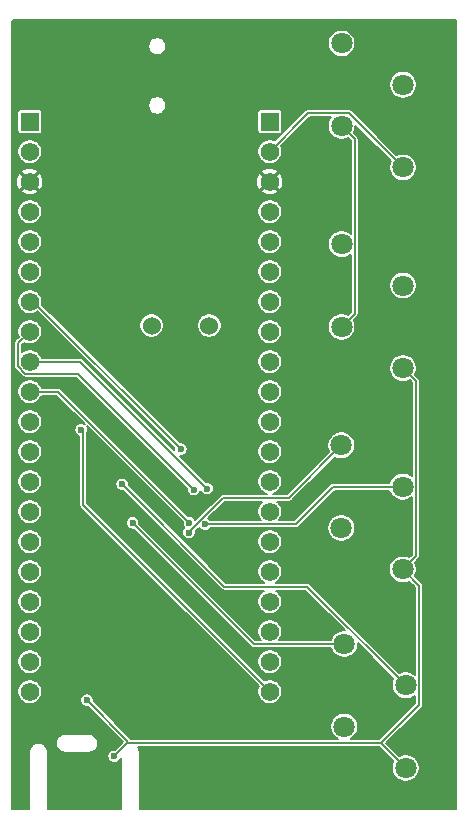
<source format=gbr>
G04 #@! TF.GenerationSoftware,KiCad,Pcbnew,(5.1.4)-1*
G04 #@! TF.CreationDate,2023-08-30T00:45:50+02:00*
G04 #@! TF.ProjectId,BeeWeight_MKRWAN_V4,42656557-6569-4676-9874-5f4d4b525741,V4*
G04 #@! TF.SameCoordinates,Original*
G04 #@! TF.FileFunction,Copper,L4,Bot*
G04 #@! TF.FilePolarity,Positive*
%FSLAX46Y46*%
G04 Gerber Fmt 4.6, Leading zero omitted, Abs format (unit mm)*
G04 Created by KiCad (PCBNEW (5.1.4)-1) date 2023-08-30 00:45:50*
%MOMM*%
%LPD*%
G04 APERTURE LIST*
%ADD10C,1.524000*%
%ADD11C,1.800000*%
%ADD12R,1.560000X1.560000*%
%ADD13C,1.560000*%
%ADD14C,0.600000*%
%ADD15C,0.127000*%
%ADD16C,0.150000*%
G04 APERTURE END LIST*
D10*
X163323600Y-76150000D03*
X168200400Y-76150000D03*
D11*
X179628000Y-103099000D03*
X184828000Y-106599000D03*
X179628000Y-110099000D03*
X184828000Y-113599000D03*
X179400000Y-69250000D03*
X184600000Y-72750000D03*
X179400000Y-76250000D03*
X184600000Y-79750000D03*
X184578000Y-96784200D03*
X179378000Y-93284200D03*
X184578000Y-89784200D03*
X179378000Y-86284200D03*
X179400000Y-52250000D03*
X184600000Y-55750000D03*
X179400000Y-59250000D03*
X184600000Y-62750000D03*
D12*
X153000000Y-58870000D03*
D13*
X153000000Y-61410000D03*
X153000000Y-63950000D03*
X153000000Y-66490000D03*
X153000000Y-69030000D03*
X153000000Y-71570000D03*
X153000000Y-74110000D03*
X153000000Y-76650000D03*
X153000000Y-79190000D03*
X153000000Y-81730000D03*
X153000000Y-84270000D03*
X153000000Y-86810000D03*
X153000000Y-89350000D03*
X153000000Y-91890000D03*
X153000000Y-94430000D03*
X153000000Y-96970000D03*
X153000000Y-99510000D03*
X153000000Y-102050000D03*
X153000000Y-104590000D03*
X153000000Y-107130000D03*
D12*
X173320000Y-58870000D03*
D13*
X173320000Y-61410000D03*
X173320000Y-63950000D03*
X173320000Y-66490000D03*
X173320000Y-69030000D03*
X173320000Y-71570000D03*
X173320000Y-74110000D03*
X173320000Y-76650000D03*
X173320000Y-79190000D03*
X173320000Y-81730000D03*
X173320000Y-84270000D03*
X173320000Y-86810000D03*
X173320000Y-89350000D03*
X173320000Y-91890000D03*
X173320000Y-94430000D03*
X173320000Y-96970000D03*
X173320000Y-99510000D03*
X173320000Y-102050000D03*
X173320000Y-104590000D03*
X173320000Y-107130000D03*
D14*
X175500000Y-64000000D03*
X170500000Y-91500000D03*
X157000000Y-90000000D03*
X157000000Y-86000000D03*
X176000000Y-52500000D03*
X176000000Y-56000000D03*
X168500000Y-56500000D03*
X168500000Y-52500000D03*
X165000000Y-62000000D03*
X163000000Y-116000000D03*
X169000000Y-82500000D03*
X176000000Y-82500000D03*
X183000000Y-82500000D03*
X176000000Y-95500000D03*
X183000000Y-95250000D03*
X183000000Y-70250000D03*
X183000000Y-64000000D03*
X183000000Y-56000000D03*
X183000000Y-52500000D03*
X183000000Y-102500000D03*
X183000000Y-108000000D03*
X183500000Y-116000000D03*
X172500000Y-116000000D03*
X152500000Y-116000000D03*
X155000000Y-116000000D03*
X152500000Y-110000000D03*
X160000000Y-91500000D03*
X170500000Y-108000000D03*
X167000000Y-104500000D03*
X156000000Y-112750000D03*
X158250000Y-110000000D03*
X161000000Y-109500000D03*
X157000000Y-98000000D03*
X157000000Y-102500000D03*
X157000000Y-67000000D03*
X157000000Y-63000000D03*
X157000000Y-59000000D03*
X161500000Y-52500000D03*
X170000000Y-71500000D03*
X170000000Y-76000000D03*
X176000000Y-91000000D03*
X176000000Y-101500000D03*
X176000000Y-108000000D03*
X168000000Y-87000000D03*
X158500000Y-75500000D03*
X163500000Y-78500000D03*
X170000000Y-78500000D03*
X161750000Y-78500000D03*
X169000000Y-89500000D03*
X160817100Y-89586000D03*
X167836200Y-92970600D03*
X161705800Y-92845000D03*
X166472300Y-93667400D03*
X157842600Y-107864000D03*
X160138800Y-112616900D03*
X157342400Y-84950600D03*
X165795000Y-86609000D03*
X166890000Y-90027500D03*
X168006700Y-89952200D03*
X166509800Y-92843600D03*
D15*
X184828000Y-106599000D02*
X176469000Y-98240000D01*
X176469000Y-98240000D02*
X169471100Y-98240000D01*
X169471100Y-98240000D02*
X160817100Y-89586000D01*
X167836200Y-92970600D02*
X175511700Y-92970600D01*
X175511700Y-92970600D02*
X178698100Y-89784200D01*
X178698100Y-89784200D02*
X184578000Y-89784200D01*
X179628000Y-103099000D02*
X171959800Y-103099000D01*
X171959800Y-103099000D02*
X161705800Y-92845000D01*
X179378000Y-86284200D02*
X174952200Y-90710000D01*
X174952200Y-90710000D02*
X169402800Y-90710000D01*
X169402800Y-90710000D02*
X166472300Y-93640500D01*
X166472300Y-93640500D02*
X166472300Y-93667400D01*
X161266000Y-111489700D02*
X182718700Y-111489700D01*
X160138800Y-112616900D02*
X161266000Y-111489700D01*
X161266000Y-111489700D02*
X161266000Y-111287400D01*
X161266000Y-111287400D02*
X157842600Y-107864000D01*
X182718700Y-111489700D02*
X184828000Y-113599000D01*
X184578000Y-96784200D02*
X185943900Y-98150100D01*
X185943900Y-98150100D02*
X185943900Y-108264500D01*
X185943900Y-108264500D02*
X182718700Y-111489700D01*
X184600000Y-79750000D02*
X185674500Y-80824500D01*
X185674500Y-80824500D02*
X185674500Y-95687700D01*
X185674500Y-95687700D02*
X184578000Y-96784200D01*
X173320000Y-61410000D02*
X176579100Y-58150900D01*
X176579100Y-58150900D02*
X180000900Y-58150900D01*
X180000900Y-58150900D02*
X184600000Y-62750000D01*
X179400000Y-76250000D02*
X180498000Y-75152000D01*
X180498000Y-75152000D02*
X180498000Y-60348000D01*
X180498000Y-60348000D02*
X179400000Y-59250000D01*
X173320000Y-107130000D02*
X157496600Y-91306600D01*
X157496600Y-91306600D02*
X157496600Y-85104800D01*
X157496600Y-85104800D02*
X157342400Y-84950600D01*
X153000000Y-74110000D02*
X153296000Y-74110000D01*
X153296000Y-74110000D02*
X165795000Y-86609000D01*
X153000000Y-76650000D02*
X152020300Y-77629700D01*
X152020300Y-77629700D02*
X152020300Y-79587700D01*
X152020300Y-79587700D02*
X152635000Y-80202400D01*
X152635000Y-80202400D02*
X157064900Y-80202400D01*
X157064900Y-80202400D02*
X166890000Y-90027500D01*
X153000000Y-79190000D02*
X157244500Y-79190000D01*
X157244500Y-79190000D02*
X168006700Y-89952200D01*
X153000000Y-81730000D02*
X155396200Y-81730000D01*
X155396200Y-81730000D02*
X166509800Y-92843600D01*
D16*
G36*
X189019144Y-50303316D02*
G01*
X189037554Y-50308874D01*
X189054544Y-50317908D01*
X189069452Y-50330066D01*
X189081711Y-50344885D01*
X189090860Y-50361806D01*
X189096547Y-50380178D01*
X189100001Y-50413038D01*
X189100000Y-116985330D01*
X189096684Y-117019144D01*
X189091126Y-117037554D01*
X189082092Y-117054545D01*
X189069936Y-117069450D01*
X189055116Y-117081710D01*
X189038193Y-117090861D01*
X189019822Y-117096547D01*
X188986972Y-117100000D01*
X162300000Y-117100000D01*
X162300000Y-112235267D01*
X162298520Y-112220238D01*
X162298520Y-112213746D01*
X162298082Y-112209580D01*
X162287205Y-112112605D01*
X162281544Y-112085974D01*
X162276270Y-112059335D01*
X162275034Y-112055342D01*
X162275032Y-112055335D01*
X162275029Y-112055329D01*
X162245525Y-111962318D01*
X162234812Y-111937321D01*
X162224453Y-111912188D01*
X162222465Y-111908512D01*
X162222461Y-111908503D01*
X162222456Y-111908496D01*
X162178313Y-111828200D01*
X182578490Y-111828200D01*
X183789128Y-113038839D01*
X183786729Y-113042429D01*
X183698155Y-113256265D01*
X183653000Y-113483273D01*
X183653000Y-113714727D01*
X183698155Y-113941735D01*
X183786729Y-114155571D01*
X183915318Y-114348019D01*
X184078981Y-114511682D01*
X184271429Y-114640271D01*
X184485265Y-114728845D01*
X184712273Y-114774000D01*
X184943727Y-114774000D01*
X185170735Y-114728845D01*
X185384571Y-114640271D01*
X185577019Y-114511682D01*
X185740682Y-114348019D01*
X185869271Y-114155571D01*
X185957845Y-113941735D01*
X186003000Y-113714727D01*
X186003000Y-113483273D01*
X185957845Y-113256265D01*
X185869271Y-113042429D01*
X185740682Y-112849981D01*
X185577019Y-112686318D01*
X185384571Y-112557729D01*
X185170735Y-112469155D01*
X184943727Y-112424000D01*
X184712273Y-112424000D01*
X184485265Y-112469155D01*
X184271429Y-112557729D01*
X184267839Y-112560128D01*
X183197410Y-111489700D01*
X186171508Y-108515604D01*
X186184413Y-108505013D01*
X186195004Y-108492108D01*
X186195008Y-108492104D01*
X186207715Y-108476620D01*
X186226714Y-108453470D01*
X186258146Y-108394665D01*
X186277501Y-108330858D01*
X186284037Y-108264500D01*
X186282400Y-108247880D01*
X186282400Y-98166711D01*
X186284036Y-98150099D01*
X186282400Y-98133487D01*
X186282400Y-98133480D01*
X186277501Y-98083743D01*
X186258146Y-98019935D01*
X186226714Y-97961130D01*
X186203310Y-97932614D01*
X186195007Y-97922496D01*
X186195005Y-97922494D01*
X186184412Y-97909587D01*
X186171507Y-97898996D01*
X185616872Y-97344361D01*
X185619271Y-97340771D01*
X185707845Y-97126935D01*
X185753000Y-96899927D01*
X185753000Y-96668473D01*
X185707845Y-96441465D01*
X185619271Y-96227629D01*
X185616872Y-96224039D01*
X185902102Y-95938809D01*
X185915013Y-95928213D01*
X185957314Y-95876670D01*
X185988746Y-95817865D01*
X186008101Y-95754057D01*
X186013000Y-95704320D01*
X186013000Y-95704313D01*
X186014636Y-95687701D01*
X186013000Y-95671089D01*
X186013000Y-80841111D01*
X186014636Y-80824499D01*
X186013000Y-80807887D01*
X186013000Y-80807880D01*
X186008101Y-80758143D01*
X186008101Y-80758141D01*
X185988746Y-80694336D01*
X185988746Y-80694335D01*
X185957314Y-80635530D01*
X185915012Y-80583987D01*
X185902107Y-80573396D01*
X185638872Y-80310161D01*
X185641271Y-80306571D01*
X185729845Y-80092735D01*
X185775000Y-79865727D01*
X185775000Y-79634273D01*
X185729845Y-79407265D01*
X185641271Y-79193429D01*
X185512682Y-79000981D01*
X185349019Y-78837318D01*
X185156571Y-78708729D01*
X184942735Y-78620155D01*
X184715727Y-78575000D01*
X184484273Y-78575000D01*
X184257265Y-78620155D01*
X184043429Y-78708729D01*
X183850981Y-78837318D01*
X183687318Y-79000981D01*
X183558729Y-79193429D01*
X183470155Y-79407265D01*
X183425000Y-79634273D01*
X183425000Y-79865727D01*
X183470155Y-80092735D01*
X183558729Y-80306571D01*
X183687318Y-80499019D01*
X183850981Y-80662682D01*
X184043429Y-80791271D01*
X184257265Y-80879845D01*
X184484273Y-80925000D01*
X184715727Y-80925000D01*
X184942735Y-80879845D01*
X185156571Y-80791271D01*
X185160161Y-80788872D01*
X185336000Y-80964711D01*
X185336001Y-88880500D01*
X185327019Y-88871518D01*
X185134571Y-88742929D01*
X184920735Y-88654355D01*
X184693727Y-88609200D01*
X184462273Y-88609200D01*
X184235265Y-88654355D01*
X184021429Y-88742929D01*
X183828981Y-88871518D01*
X183665318Y-89035181D01*
X183536729Y-89227629D01*
X183448155Y-89441465D01*
X183447313Y-89445700D01*
X178714711Y-89445700D01*
X178698099Y-89444064D01*
X178681487Y-89445700D01*
X178681480Y-89445700D01*
X178638036Y-89449979D01*
X178631742Y-89450599D01*
X178620834Y-89453908D01*
X178567935Y-89469954D01*
X178509130Y-89501386D01*
X178457587Y-89543687D01*
X178446991Y-89556598D01*
X175371490Y-92632100D01*
X174069895Y-92632100D01*
X174139472Y-92562523D01*
X174254929Y-92389730D01*
X174334457Y-92197732D01*
X174375000Y-91993908D01*
X174375000Y-91786092D01*
X174334457Y-91582268D01*
X174254929Y-91390270D01*
X174139472Y-91217477D01*
X173992523Y-91070528D01*
X173959556Y-91048500D01*
X174935588Y-91048500D01*
X174952200Y-91050136D01*
X174968812Y-91048500D01*
X174968820Y-91048500D01*
X175018557Y-91043601D01*
X175082365Y-91024246D01*
X175141170Y-90992814D01*
X175192713Y-90950513D01*
X175203313Y-90937597D01*
X178817839Y-87323072D01*
X178821429Y-87325471D01*
X179035265Y-87414045D01*
X179262273Y-87459200D01*
X179493727Y-87459200D01*
X179720735Y-87414045D01*
X179934571Y-87325471D01*
X180127019Y-87196882D01*
X180290682Y-87033219D01*
X180419271Y-86840771D01*
X180507845Y-86626935D01*
X180553000Y-86399927D01*
X180553000Y-86168473D01*
X180507845Y-85941465D01*
X180419271Y-85727629D01*
X180290682Y-85535181D01*
X180127019Y-85371518D01*
X179934571Y-85242929D01*
X179720735Y-85154355D01*
X179493727Y-85109200D01*
X179262273Y-85109200D01*
X179035265Y-85154355D01*
X178821429Y-85242929D01*
X178628981Y-85371518D01*
X178465318Y-85535181D01*
X178336729Y-85727629D01*
X178248155Y-85941465D01*
X178203000Y-86168473D01*
X178203000Y-86399927D01*
X178248155Y-86626935D01*
X178336729Y-86840771D01*
X178339128Y-86844361D01*
X174811990Y-90371500D01*
X173592324Y-90371500D01*
X173627732Y-90364457D01*
X173819730Y-90284929D01*
X173992523Y-90169472D01*
X174139472Y-90022523D01*
X174254929Y-89849730D01*
X174334457Y-89657732D01*
X174375000Y-89453908D01*
X174375000Y-89246092D01*
X174334457Y-89042268D01*
X174254929Y-88850270D01*
X174139472Y-88677477D01*
X173992523Y-88530528D01*
X173819730Y-88415071D01*
X173627732Y-88335543D01*
X173423908Y-88295000D01*
X173216092Y-88295000D01*
X173012268Y-88335543D01*
X172820270Y-88415071D01*
X172647477Y-88530528D01*
X172500528Y-88677477D01*
X172385071Y-88850270D01*
X172305543Y-89042268D01*
X172265000Y-89246092D01*
X172265000Y-89453908D01*
X172305543Y-89657732D01*
X172385071Y-89849730D01*
X172500528Y-90022523D01*
X172647477Y-90169472D01*
X172820270Y-90284929D01*
X173012268Y-90364457D01*
X173047676Y-90371500D01*
X169419412Y-90371500D01*
X169402800Y-90369864D01*
X169386188Y-90371500D01*
X169386180Y-90371500D01*
X169342191Y-90375833D01*
X169336442Y-90376399D01*
X169278282Y-90394041D01*
X169272635Y-90395754D01*
X169213830Y-90427186D01*
X169162287Y-90469487D01*
X169151692Y-90482397D01*
X167032098Y-92601992D01*
X167019358Y-92571235D01*
X166956432Y-92477059D01*
X166876341Y-92396968D01*
X166782165Y-92334042D01*
X166677521Y-92290697D01*
X166566433Y-92268600D01*
X166453167Y-92268600D01*
X166420090Y-92275179D01*
X155647313Y-81502403D01*
X155636713Y-81489487D01*
X155585170Y-81447186D01*
X155526365Y-81415754D01*
X155462557Y-81396399D01*
X155412820Y-81391500D01*
X155412812Y-81391500D01*
X155396200Y-81389864D01*
X155379588Y-81391500D01*
X154001713Y-81391500D01*
X153934929Y-81230270D01*
X153819472Y-81057477D01*
X153672523Y-80910528D01*
X153499730Y-80795071D01*
X153307732Y-80715543D01*
X153103908Y-80675000D01*
X152896092Y-80675000D01*
X152692268Y-80715543D01*
X152500270Y-80795071D01*
X152327477Y-80910528D01*
X152180528Y-81057477D01*
X152065071Y-81230270D01*
X151985543Y-81422268D01*
X151945000Y-81626092D01*
X151945000Y-81833908D01*
X151985543Y-82037732D01*
X152065071Y-82229730D01*
X152180528Y-82402523D01*
X152327477Y-82549472D01*
X152500270Y-82664929D01*
X152692268Y-82744457D01*
X152896092Y-82785000D01*
X153103908Y-82785000D01*
X153307732Y-82744457D01*
X153499730Y-82664929D01*
X153672523Y-82549472D01*
X153819472Y-82402523D01*
X153934929Y-82229730D01*
X154001713Y-82068500D01*
X155255990Y-82068500D01*
X157656253Y-84468763D01*
X157614765Y-84441042D01*
X157510121Y-84397697D01*
X157399033Y-84375600D01*
X157285767Y-84375600D01*
X157174679Y-84397697D01*
X157070035Y-84441042D01*
X156975859Y-84503968D01*
X156895768Y-84584059D01*
X156832842Y-84678235D01*
X156789497Y-84782879D01*
X156767400Y-84893967D01*
X156767400Y-85007233D01*
X156789497Y-85118321D01*
X156832842Y-85222965D01*
X156895768Y-85317141D01*
X156975859Y-85397232D01*
X157070035Y-85460158D01*
X157158101Y-85496636D01*
X157158100Y-91289988D01*
X157156464Y-91306600D01*
X157158100Y-91323212D01*
X157158100Y-91323219D01*
X157162999Y-91372956D01*
X157182354Y-91436764D01*
X157213786Y-91495569D01*
X157256087Y-91547112D01*
X157268999Y-91557709D01*
X172372327Y-106661038D01*
X172305543Y-106822268D01*
X172265000Y-107026092D01*
X172265000Y-107233908D01*
X172305543Y-107437732D01*
X172385071Y-107629730D01*
X172500528Y-107802523D01*
X172647477Y-107949472D01*
X172820270Y-108064929D01*
X173012268Y-108144457D01*
X173216092Y-108185000D01*
X173423908Y-108185000D01*
X173627732Y-108144457D01*
X173819730Y-108064929D01*
X173992523Y-107949472D01*
X174139472Y-107802523D01*
X174254929Y-107629730D01*
X174334457Y-107437732D01*
X174375000Y-107233908D01*
X174375000Y-107026092D01*
X174334457Y-106822268D01*
X174254929Y-106630270D01*
X174139472Y-106457477D01*
X173992523Y-106310528D01*
X173819730Y-106195071D01*
X173627732Y-106115543D01*
X173423908Y-106075000D01*
X173216092Y-106075000D01*
X173012268Y-106115543D01*
X172851038Y-106182327D01*
X171154803Y-104486092D01*
X172265000Y-104486092D01*
X172265000Y-104693908D01*
X172305543Y-104897732D01*
X172385071Y-105089730D01*
X172500528Y-105262523D01*
X172647477Y-105409472D01*
X172820270Y-105524929D01*
X173012268Y-105604457D01*
X173216092Y-105645000D01*
X173423908Y-105645000D01*
X173627732Y-105604457D01*
X173819730Y-105524929D01*
X173992523Y-105409472D01*
X174139472Y-105262523D01*
X174254929Y-105089730D01*
X174334457Y-104897732D01*
X174375000Y-104693908D01*
X174375000Y-104486092D01*
X174334457Y-104282268D01*
X174254929Y-104090270D01*
X174139472Y-103917477D01*
X173992523Y-103770528D01*
X173819730Y-103655071D01*
X173627732Y-103575543D01*
X173423908Y-103535000D01*
X173216092Y-103535000D01*
X173012268Y-103575543D01*
X172820270Y-103655071D01*
X172647477Y-103770528D01*
X172500528Y-103917477D01*
X172385071Y-104090270D01*
X172305543Y-104282268D01*
X172265000Y-104486092D01*
X171154803Y-104486092D01*
X157835100Y-91166390D01*
X157835100Y-85248195D01*
X157851958Y-85222965D01*
X157895303Y-85118321D01*
X157917400Y-85007233D01*
X157917400Y-84893967D01*
X157895303Y-84782879D01*
X157851958Y-84678235D01*
X157824237Y-84636747D01*
X165941379Y-92753890D01*
X165934800Y-92786967D01*
X165934800Y-92900233D01*
X165956897Y-93011321D01*
X166000242Y-93115965D01*
X166063168Y-93210141D01*
X166089777Y-93236750D01*
X166025668Y-93300859D01*
X165962742Y-93395035D01*
X165919397Y-93499679D01*
X165897300Y-93610767D01*
X165897300Y-93724033D01*
X165919397Y-93835121D01*
X165962742Y-93939765D01*
X166025668Y-94033941D01*
X166105759Y-94114032D01*
X166199935Y-94176958D01*
X166304579Y-94220303D01*
X166415667Y-94242400D01*
X166528933Y-94242400D01*
X166640021Y-94220303D01*
X166744665Y-94176958D01*
X166838841Y-94114032D01*
X166918932Y-94033941D01*
X166981858Y-93939765D01*
X167025203Y-93835121D01*
X167047300Y-93724033D01*
X167047300Y-93610767D01*
X167036257Y-93555253D01*
X167335415Y-93256095D01*
X167389568Y-93337141D01*
X167469659Y-93417232D01*
X167563835Y-93480158D01*
X167668479Y-93523503D01*
X167779567Y-93545600D01*
X167892833Y-93545600D01*
X168003921Y-93523503D01*
X168108565Y-93480158D01*
X168202741Y-93417232D01*
X168282832Y-93337141D01*
X168301568Y-93309100D01*
X175495088Y-93309100D01*
X175511700Y-93310736D01*
X175528312Y-93309100D01*
X175528320Y-93309100D01*
X175578057Y-93304201D01*
X175641865Y-93284846D01*
X175700670Y-93253414D01*
X175752213Y-93211113D01*
X175762813Y-93198197D01*
X175792537Y-93168473D01*
X178203000Y-93168473D01*
X178203000Y-93399927D01*
X178248155Y-93626935D01*
X178336729Y-93840771D01*
X178465318Y-94033219D01*
X178628981Y-94196882D01*
X178821429Y-94325471D01*
X179035265Y-94414045D01*
X179262273Y-94459200D01*
X179493727Y-94459200D01*
X179720735Y-94414045D01*
X179934571Y-94325471D01*
X180127019Y-94196882D01*
X180290682Y-94033219D01*
X180419271Y-93840771D01*
X180507845Y-93626935D01*
X180553000Y-93399927D01*
X180553000Y-93168473D01*
X180507845Y-92941465D01*
X180419271Y-92727629D01*
X180290682Y-92535181D01*
X180127019Y-92371518D01*
X179934571Y-92242929D01*
X179720735Y-92154355D01*
X179493727Y-92109200D01*
X179262273Y-92109200D01*
X179035265Y-92154355D01*
X178821429Y-92242929D01*
X178628981Y-92371518D01*
X178465318Y-92535181D01*
X178336729Y-92727629D01*
X178248155Y-92941465D01*
X178203000Y-93168473D01*
X175792537Y-93168473D01*
X178838311Y-90122700D01*
X183447313Y-90122700D01*
X183448155Y-90126935D01*
X183536729Y-90340771D01*
X183665318Y-90533219D01*
X183828981Y-90696882D01*
X184021429Y-90825471D01*
X184235265Y-90914045D01*
X184462273Y-90959200D01*
X184693727Y-90959200D01*
X184920735Y-90914045D01*
X185134571Y-90825471D01*
X185327019Y-90696882D01*
X185336001Y-90687900D01*
X185336001Y-95547488D01*
X185138161Y-95745328D01*
X185134571Y-95742929D01*
X184920735Y-95654355D01*
X184693727Y-95609200D01*
X184462273Y-95609200D01*
X184235265Y-95654355D01*
X184021429Y-95742929D01*
X183828981Y-95871518D01*
X183665318Y-96035181D01*
X183536729Y-96227629D01*
X183448155Y-96441465D01*
X183403000Y-96668473D01*
X183403000Y-96899927D01*
X183448155Y-97126935D01*
X183536729Y-97340771D01*
X183665318Y-97533219D01*
X183828981Y-97696882D01*
X184021429Y-97825471D01*
X184235265Y-97914045D01*
X184462273Y-97959200D01*
X184693727Y-97959200D01*
X184920735Y-97914045D01*
X185134571Y-97825471D01*
X185138161Y-97823072D01*
X185605400Y-98290311D01*
X185605401Y-105714700D01*
X185577019Y-105686318D01*
X185384571Y-105557729D01*
X185170735Y-105469155D01*
X184943727Y-105424000D01*
X184712273Y-105424000D01*
X184485265Y-105469155D01*
X184271429Y-105557729D01*
X184267839Y-105560128D01*
X176720113Y-98012403D01*
X176709513Y-97999487D01*
X176657970Y-97957186D01*
X176599165Y-97925754D01*
X176535357Y-97906399D01*
X176485620Y-97901500D01*
X176485612Y-97901500D01*
X176469000Y-97899864D01*
X176452388Y-97901500D01*
X173824862Y-97901500D01*
X173992523Y-97789472D01*
X174139472Y-97642523D01*
X174254929Y-97469730D01*
X174334457Y-97277732D01*
X174375000Y-97073908D01*
X174375000Y-96866092D01*
X174334457Y-96662268D01*
X174254929Y-96470270D01*
X174139472Y-96297477D01*
X173992523Y-96150528D01*
X173819730Y-96035071D01*
X173627732Y-95955543D01*
X173423908Y-95915000D01*
X173216092Y-95915000D01*
X173012268Y-95955543D01*
X172820270Y-96035071D01*
X172647477Y-96150528D01*
X172500528Y-96297477D01*
X172385071Y-96470270D01*
X172305543Y-96662268D01*
X172265000Y-96866092D01*
X172265000Y-97073908D01*
X172305543Y-97277732D01*
X172385071Y-97469730D01*
X172500528Y-97642523D01*
X172647477Y-97789472D01*
X172815138Y-97901500D01*
X169611311Y-97901500D01*
X166035903Y-94326092D01*
X172265000Y-94326092D01*
X172265000Y-94533908D01*
X172305543Y-94737732D01*
X172385071Y-94929730D01*
X172500528Y-95102523D01*
X172647477Y-95249472D01*
X172820270Y-95364929D01*
X173012268Y-95444457D01*
X173216092Y-95485000D01*
X173423908Y-95485000D01*
X173627732Y-95444457D01*
X173819730Y-95364929D01*
X173992523Y-95249472D01*
X174139472Y-95102523D01*
X174254929Y-94929730D01*
X174334457Y-94737732D01*
X174375000Y-94533908D01*
X174375000Y-94326092D01*
X174334457Y-94122268D01*
X174254929Y-93930270D01*
X174139472Y-93757477D01*
X173992523Y-93610528D01*
X173819730Y-93495071D01*
X173627732Y-93415543D01*
X173423908Y-93375000D01*
X173216092Y-93375000D01*
X173012268Y-93415543D01*
X172820270Y-93495071D01*
X172647477Y-93610528D01*
X172500528Y-93757477D01*
X172385071Y-93930270D01*
X172305543Y-94122268D01*
X172265000Y-94326092D01*
X166035903Y-94326092D01*
X161385520Y-89675710D01*
X161392100Y-89642633D01*
X161392100Y-89529367D01*
X161370003Y-89418279D01*
X161326658Y-89313635D01*
X161263732Y-89219459D01*
X161183641Y-89139368D01*
X161089465Y-89076442D01*
X160984821Y-89033097D01*
X160873733Y-89011000D01*
X160760467Y-89011000D01*
X160649379Y-89033097D01*
X160544735Y-89076442D01*
X160450559Y-89139368D01*
X160370468Y-89219459D01*
X160307542Y-89313635D01*
X160264197Y-89418279D01*
X160242100Y-89529367D01*
X160242100Y-89642633D01*
X160264197Y-89753721D01*
X160307542Y-89858365D01*
X160370468Y-89952541D01*
X160450559Y-90032632D01*
X160544735Y-90095558D01*
X160649379Y-90138903D01*
X160760467Y-90161000D01*
X160873733Y-90161000D01*
X160906810Y-90154420D01*
X169219991Y-98467602D01*
X169230587Y-98480513D01*
X169282130Y-98522814D01*
X169340935Y-98554246D01*
X169385387Y-98567730D01*
X169404742Y-98573601D01*
X169411036Y-98574221D01*
X169454480Y-98578500D01*
X169454487Y-98578500D01*
X169471099Y-98580136D01*
X169487711Y-98578500D01*
X172815138Y-98578500D01*
X172647477Y-98690528D01*
X172500528Y-98837477D01*
X172385071Y-99010270D01*
X172305543Y-99202268D01*
X172265000Y-99406092D01*
X172265000Y-99613908D01*
X172305543Y-99817732D01*
X172385071Y-100009730D01*
X172500528Y-100182523D01*
X172647477Y-100329472D01*
X172820270Y-100444929D01*
X173012268Y-100524457D01*
X173216092Y-100565000D01*
X173423908Y-100565000D01*
X173627732Y-100524457D01*
X173819730Y-100444929D01*
X173992523Y-100329472D01*
X174139472Y-100182523D01*
X174254929Y-100009730D01*
X174334457Y-99817732D01*
X174375000Y-99613908D01*
X174375000Y-99406092D01*
X174334457Y-99202268D01*
X174254929Y-99010270D01*
X174139472Y-98837477D01*
X173992523Y-98690528D01*
X173824862Y-98578500D01*
X176328790Y-98578500D01*
X179674290Y-101924000D01*
X179512273Y-101924000D01*
X179285265Y-101969155D01*
X179071429Y-102057729D01*
X178878981Y-102186318D01*
X178715318Y-102349981D01*
X178586729Y-102542429D01*
X178498155Y-102756265D01*
X178497313Y-102760500D01*
X174101495Y-102760500D01*
X174139472Y-102722523D01*
X174254929Y-102549730D01*
X174334457Y-102357732D01*
X174375000Y-102153908D01*
X174375000Y-101946092D01*
X174334457Y-101742268D01*
X174254929Y-101550270D01*
X174139472Y-101377477D01*
X173992523Y-101230528D01*
X173819730Y-101115071D01*
X173627732Y-101035543D01*
X173423908Y-100995000D01*
X173216092Y-100995000D01*
X173012268Y-101035543D01*
X172820270Y-101115071D01*
X172647477Y-101230528D01*
X172500528Y-101377477D01*
X172385071Y-101550270D01*
X172305543Y-101742268D01*
X172265000Y-101946092D01*
X172265000Y-102153908D01*
X172305543Y-102357732D01*
X172385071Y-102549730D01*
X172500528Y-102722523D01*
X172538505Y-102760500D01*
X172100011Y-102760500D01*
X162274220Y-92934710D01*
X162280800Y-92901633D01*
X162280800Y-92788367D01*
X162258703Y-92677279D01*
X162215358Y-92572635D01*
X162152432Y-92478459D01*
X162072341Y-92398368D01*
X161978165Y-92335442D01*
X161873521Y-92292097D01*
X161762433Y-92270000D01*
X161649167Y-92270000D01*
X161538079Y-92292097D01*
X161433435Y-92335442D01*
X161339259Y-92398368D01*
X161259168Y-92478459D01*
X161196242Y-92572635D01*
X161152897Y-92677279D01*
X161130800Y-92788367D01*
X161130800Y-92901633D01*
X161152897Y-93012721D01*
X161196242Y-93117365D01*
X161259168Y-93211541D01*
X161339259Y-93291632D01*
X161433435Y-93354558D01*
X161538079Y-93397903D01*
X161649167Y-93420000D01*
X161762433Y-93420000D01*
X161795510Y-93413420D01*
X171708691Y-103326602D01*
X171719287Y-103339513D01*
X171770830Y-103381814D01*
X171829635Y-103413246D01*
X171893442Y-103432601D01*
X171899191Y-103433167D01*
X171943180Y-103437500D01*
X171943188Y-103437500D01*
X171959800Y-103439136D01*
X171976412Y-103437500D01*
X178497313Y-103437500D01*
X178498155Y-103441735D01*
X178586729Y-103655571D01*
X178715318Y-103848019D01*
X178878981Y-104011682D01*
X179071429Y-104140271D01*
X179285265Y-104228845D01*
X179512273Y-104274000D01*
X179743727Y-104274000D01*
X179970735Y-104228845D01*
X180184571Y-104140271D01*
X180377019Y-104011682D01*
X180540682Y-103848019D01*
X180669271Y-103655571D01*
X180757845Y-103441735D01*
X180803000Y-103214727D01*
X180803000Y-103052711D01*
X183789128Y-106038839D01*
X183786729Y-106042429D01*
X183698155Y-106256265D01*
X183653000Y-106483273D01*
X183653000Y-106714727D01*
X183698155Y-106941735D01*
X183786729Y-107155571D01*
X183915318Y-107348019D01*
X184078981Y-107511682D01*
X184271429Y-107640271D01*
X184485265Y-107728845D01*
X184712273Y-107774000D01*
X184943727Y-107774000D01*
X185170735Y-107728845D01*
X185384571Y-107640271D01*
X185577019Y-107511682D01*
X185605401Y-107483300D01*
X185605401Y-108124287D01*
X182578490Y-111151200D01*
X180158186Y-111151200D01*
X180184571Y-111140271D01*
X180377019Y-111011682D01*
X180540682Y-110848019D01*
X180669271Y-110655571D01*
X180757845Y-110441735D01*
X180803000Y-110214727D01*
X180803000Y-109983273D01*
X180757845Y-109756265D01*
X180669271Y-109542429D01*
X180540682Y-109349981D01*
X180377019Y-109186318D01*
X180184571Y-109057729D01*
X179970735Y-108969155D01*
X179743727Y-108924000D01*
X179512273Y-108924000D01*
X179285265Y-108969155D01*
X179071429Y-109057729D01*
X178878981Y-109186318D01*
X178715318Y-109349981D01*
X178586729Y-109542429D01*
X178498155Y-109756265D01*
X178453000Y-109983273D01*
X178453000Y-110214727D01*
X178498155Y-110441735D01*
X178586729Y-110655571D01*
X178715318Y-110848019D01*
X178878981Y-111011682D01*
X179071429Y-111140271D01*
X179097814Y-111151200D01*
X161577020Y-111151200D01*
X161548814Y-111098430D01*
X161506513Y-111046887D01*
X161493602Y-111036291D01*
X158411020Y-107953710D01*
X158417600Y-107920633D01*
X158417600Y-107807367D01*
X158395503Y-107696279D01*
X158352158Y-107591635D01*
X158289232Y-107497459D01*
X158209141Y-107417368D01*
X158114965Y-107354442D01*
X158010321Y-107311097D01*
X157899233Y-107289000D01*
X157785967Y-107289000D01*
X157674879Y-107311097D01*
X157570235Y-107354442D01*
X157476059Y-107417368D01*
X157395968Y-107497459D01*
X157333042Y-107591635D01*
X157289697Y-107696279D01*
X157267600Y-107807367D01*
X157267600Y-107920633D01*
X157289697Y-108031721D01*
X157333042Y-108136365D01*
X157395968Y-108230541D01*
X157476059Y-108310632D01*
X157570235Y-108373558D01*
X157674879Y-108416903D01*
X157785967Y-108439000D01*
X157899233Y-108439000D01*
X157932310Y-108432420D01*
X160888439Y-111388550D01*
X160228510Y-112048479D01*
X160195433Y-112041900D01*
X160082167Y-112041900D01*
X159971079Y-112063997D01*
X159866435Y-112107342D01*
X159772259Y-112170268D01*
X159692168Y-112250359D01*
X159629242Y-112344535D01*
X159585897Y-112449179D01*
X159563800Y-112560267D01*
X159563800Y-112673533D01*
X159585897Y-112784621D01*
X159629242Y-112889265D01*
X159692168Y-112983441D01*
X159772259Y-113063532D01*
X159866435Y-113126458D01*
X159971079Y-113169803D01*
X160082167Y-113191900D01*
X160195433Y-113191900D01*
X160306521Y-113169803D01*
X160411165Y-113126458D01*
X160505341Y-113063532D01*
X160585432Y-112983441D01*
X160648358Y-112889265D01*
X160691703Y-112784621D01*
X160700001Y-112742905D01*
X160700000Y-117100000D01*
X154550000Y-117100000D01*
X154550000Y-112235267D01*
X154548520Y-112220238D01*
X154548520Y-112213746D01*
X154548082Y-112209580D01*
X154537205Y-112112605D01*
X154531544Y-112085974D01*
X154526270Y-112059335D01*
X154525034Y-112055342D01*
X154525032Y-112055335D01*
X154525029Y-112055329D01*
X154495525Y-111962318D01*
X154484812Y-111937321D01*
X154474453Y-111912188D01*
X154472465Y-111908512D01*
X154472461Y-111908503D01*
X154472456Y-111908496D01*
X154425449Y-111822990D01*
X154410091Y-111800560D01*
X154395040Y-111777906D01*
X154392369Y-111774678D01*
X154329644Y-111699927D01*
X154310236Y-111680921D01*
X154291060Y-111661610D01*
X154287814Y-111658963D01*
X154211764Y-111597817D01*
X154189028Y-111582939D01*
X154166470Y-111567723D01*
X154162776Y-111565760D01*
X154162772Y-111565757D01*
X154162768Y-111565755D01*
X154095675Y-111530680D01*
X155201246Y-111530680D01*
X155201655Y-111534849D01*
X155211855Y-111631898D01*
X155217327Y-111658553D01*
X155222417Y-111685241D01*
X155223628Y-111689251D01*
X155252484Y-111782470D01*
X155263023Y-111807541D01*
X155273207Y-111832748D01*
X155275174Y-111836447D01*
X155321587Y-111922284D01*
X155336806Y-111944848D01*
X155351680Y-111967577D01*
X155354327Y-111970824D01*
X155416529Y-112046013D01*
X155435833Y-112065183D01*
X155454844Y-112084597D01*
X155458072Y-112087267D01*
X155533693Y-112148943D01*
X155556354Y-112163999D01*
X155578779Y-112179354D01*
X155582464Y-112181346D01*
X155668625Y-112227158D01*
X155693764Y-112237520D01*
X155718752Y-112248230D01*
X155722747Y-112249466D01*
X155722757Y-112249470D01*
X155722768Y-112249472D01*
X155816172Y-112277673D01*
X155842827Y-112282951D01*
X155869443Y-112288609D01*
X155873603Y-112289045D01*
X155873606Y-112289046D01*
X155873609Y-112289046D01*
X155970721Y-112298567D01*
X155985267Y-112300000D01*
X158014733Y-112300000D01*
X158029762Y-112298520D01*
X158036254Y-112298520D01*
X158040420Y-112298082D01*
X158137395Y-112287205D01*
X158164026Y-112281544D01*
X158190665Y-112276270D01*
X158194661Y-112275033D01*
X158194665Y-112275032D01*
X158194668Y-112275031D01*
X158287682Y-112245525D01*
X158312679Y-112234812D01*
X158337812Y-112224453D01*
X158341488Y-112222465D01*
X158341497Y-112222461D01*
X158341504Y-112222456D01*
X158427009Y-112175449D01*
X158449422Y-112160103D01*
X158472094Y-112145040D01*
X158475312Y-112142377D01*
X158475320Y-112142371D01*
X158475326Y-112142364D01*
X158550073Y-112079645D01*
X158569098Y-112060217D01*
X158588390Y-112041060D01*
X158591037Y-112037814D01*
X158652183Y-111961764D01*
X158667083Y-111938995D01*
X158682277Y-111916469D01*
X158684237Y-111912781D01*
X158684243Y-111912772D01*
X158684247Y-111912763D01*
X158729453Y-111826291D01*
X158739648Y-111801058D01*
X158750175Y-111776017D01*
X158751386Y-111772007D01*
X158778938Y-111678395D01*
X158784036Y-111651670D01*
X158789501Y-111625049D01*
X158789909Y-111620880D01*
X158798753Y-111523698D01*
X158798564Y-111496514D01*
X158798754Y-111469320D01*
X158798345Y-111465151D01*
X158788145Y-111368103D01*
X158782675Y-111341454D01*
X158777583Y-111314759D01*
X158776372Y-111310749D01*
X158747516Y-111217530D01*
X158736982Y-111192470D01*
X158726793Y-111167252D01*
X158724826Y-111163553D01*
X158678413Y-111077715D01*
X158663194Y-111055151D01*
X158648320Y-111032422D01*
X158645674Y-111029178D01*
X158645673Y-111029176D01*
X158645667Y-111029170D01*
X158583471Y-110953987D01*
X158564147Y-110934798D01*
X158545155Y-110915403D01*
X158541928Y-110912733D01*
X158466307Y-110851057D01*
X158443646Y-110836001D01*
X158421221Y-110820646D01*
X158417536Y-110818654D01*
X158331375Y-110772842D01*
X158306236Y-110762480D01*
X158281248Y-110751770D01*
X158277253Y-110750534D01*
X158277243Y-110750530D01*
X158277232Y-110750528D01*
X158183828Y-110722327D01*
X158157180Y-110717050D01*
X158130557Y-110711391D01*
X158126397Y-110710955D01*
X158126394Y-110710954D01*
X158126391Y-110710954D01*
X158029274Y-110701432D01*
X158029273Y-110701432D01*
X158014733Y-110700000D01*
X155985267Y-110700000D01*
X155970238Y-110701480D01*
X155963746Y-110701480D01*
X155959580Y-110701918D01*
X155862605Y-110712795D01*
X155835974Y-110718456D01*
X155809335Y-110723730D01*
X155805342Y-110724966D01*
X155805335Y-110724968D01*
X155805329Y-110724971D01*
X155712318Y-110754475D01*
X155687321Y-110765188D01*
X155662188Y-110775547D01*
X155658512Y-110777535D01*
X155658503Y-110777539D01*
X155658496Y-110777544D01*
X155572990Y-110824551D01*
X155550560Y-110839909D01*
X155527906Y-110854960D01*
X155524678Y-110857631D01*
X155449927Y-110920356D01*
X155430921Y-110939764D01*
X155411610Y-110958940D01*
X155408963Y-110962186D01*
X155347817Y-111038236D01*
X155332939Y-111060972D01*
X155317723Y-111083530D01*
X155315760Y-111087224D01*
X155315757Y-111087228D01*
X155315757Y-111087229D01*
X155270547Y-111173709D01*
X155260366Y-111198907D01*
X155249825Y-111223983D01*
X155248617Y-111227984D01*
X155248613Y-111227994D01*
X155248611Y-111228004D01*
X155221062Y-111321605D01*
X155215960Y-111348348D01*
X155210499Y-111374950D01*
X155210093Y-111379103D01*
X155210090Y-111379117D01*
X155210090Y-111379130D01*
X155201247Y-111476302D01*
X155201436Y-111503486D01*
X155201246Y-111530680D01*
X154095675Y-111530680D01*
X154076291Y-111520547D01*
X154051075Y-111510358D01*
X154026017Y-111499825D01*
X154022016Y-111498617D01*
X154022006Y-111498613D01*
X154021996Y-111498611D01*
X153928395Y-111471062D01*
X153901652Y-111465960D01*
X153875050Y-111460499D01*
X153870897Y-111460093D01*
X153870883Y-111460090D01*
X153870870Y-111460090D01*
X153773698Y-111451247D01*
X153746514Y-111451436D01*
X153719320Y-111451246D01*
X153715151Y-111451655D01*
X153715149Y-111451655D01*
X153618103Y-111461855D01*
X153591454Y-111467325D01*
X153564759Y-111472417D01*
X153560749Y-111473628D01*
X153467530Y-111502484D01*
X153442470Y-111513018D01*
X153417252Y-111523207D01*
X153413553Y-111525174D01*
X153327715Y-111571587D01*
X153305151Y-111586806D01*
X153282422Y-111601680D01*
X153279183Y-111604322D01*
X153279176Y-111604327D01*
X153279170Y-111604333D01*
X153203987Y-111666529D01*
X153184798Y-111685853D01*
X153165403Y-111704845D01*
X153162733Y-111708072D01*
X153101057Y-111783693D01*
X153086001Y-111806354D01*
X153070646Y-111828779D01*
X153068654Y-111832464D01*
X153022842Y-111918625D01*
X153012480Y-111943764D01*
X153001770Y-111968752D01*
X153000534Y-111972747D01*
X153000530Y-111972757D01*
X153000528Y-111972768D01*
X152972327Y-112066172D01*
X152967050Y-112092820D01*
X152961391Y-112119443D01*
X152960954Y-112123609D01*
X152951475Y-112220292D01*
X152950000Y-112235268D01*
X152950001Y-117100000D01*
X151614670Y-117100000D01*
X151580856Y-117096684D01*
X151562446Y-117091126D01*
X151545455Y-117082092D01*
X151530550Y-117069936D01*
X151518290Y-117055116D01*
X151509139Y-117038193D01*
X151503453Y-117019822D01*
X151500000Y-116986972D01*
X151500000Y-107026092D01*
X151945000Y-107026092D01*
X151945000Y-107233908D01*
X151985543Y-107437732D01*
X152065071Y-107629730D01*
X152180528Y-107802523D01*
X152327477Y-107949472D01*
X152500270Y-108064929D01*
X152692268Y-108144457D01*
X152896092Y-108185000D01*
X153103908Y-108185000D01*
X153307732Y-108144457D01*
X153499730Y-108064929D01*
X153672523Y-107949472D01*
X153819472Y-107802523D01*
X153934929Y-107629730D01*
X154014457Y-107437732D01*
X154055000Y-107233908D01*
X154055000Y-107026092D01*
X154014457Y-106822268D01*
X153934929Y-106630270D01*
X153819472Y-106457477D01*
X153672523Y-106310528D01*
X153499730Y-106195071D01*
X153307732Y-106115543D01*
X153103908Y-106075000D01*
X152896092Y-106075000D01*
X152692268Y-106115543D01*
X152500270Y-106195071D01*
X152327477Y-106310528D01*
X152180528Y-106457477D01*
X152065071Y-106630270D01*
X151985543Y-106822268D01*
X151945000Y-107026092D01*
X151500000Y-107026092D01*
X151500000Y-104486092D01*
X151945000Y-104486092D01*
X151945000Y-104693908D01*
X151985543Y-104897732D01*
X152065071Y-105089730D01*
X152180528Y-105262523D01*
X152327477Y-105409472D01*
X152500270Y-105524929D01*
X152692268Y-105604457D01*
X152896092Y-105645000D01*
X153103908Y-105645000D01*
X153307732Y-105604457D01*
X153499730Y-105524929D01*
X153672523Y-105409472D01*
X153819472Y-105262523D01*
X153934929Y-105089730D01*
X154014457Y-104897732D01*
X154055000Y-104693908D01*
X154055000Y-104486092D01*
X154014457Y-104282268D01*
X153934929Y-104090270D01*
X153819472Y-103917477D01*
X153672523Y-103770528D01*
X153499730Y-103655071D01*
X153307732Y-103575543D01*
X153103908Y-103535000D01*
X152896092Y-103535000D01*
X152692268Y-103575543D01*
X152500270Y-103655071D01*
X152327477Y-103770528D01*
X152180528Y-103917477D01*
X152065071Y-104090270D01*
X151985543Y-104282268D01*
X151945000Y-104486092D01*
X151500000Y-104486092D01*
X151500000Y-101946092D01*
X151945000Y-101946092D01*
X151945000Y-102153908D01*
X151985543Y-102357732D01*
X152065071Y-102549730D01*
X152180528Y-102722523D01*
X152327477Y-102869472D01*
X152500270Y-102984929D01*
X152692268Y-103064457D01*
X152896092Y-103105000D01*
X153103908Y-103105000D01*
X153307732Y-103064457D01*
X153499730Y-102984929D01*
X153672523Y-102869472D01*
X153819472Y-102722523D01*
X153934929Y-102549730D01*
X154014457Y-102357732D01*
X154055000Y-102153908D01*
X154055000Y-101946092D01*
X154014457Y-101742268D01*
X153934929Y-101550270D01*
X153819472Y-101377477D01*
X153672523Y-101230528D01*
X153499730Y-101115071D01*
X153307732Y-101035543D01*
X153103908Y-100995000D01*
X152896092Y-100995000D01*
X152692268Y-101035543D01*
X152500270Y-101115071D01*
X152327477Y-101230528D01*
X152180528Y-101377477D01*
X152065071Y-101550270D01*
X151985543Y-101742268D01*
X151945000Y-101946092D01*
X151500000Y-101946092D01*
X151500000Y-99406092D01*
X151945000Y-99406092D01*
X151945000Y-99613908D01*
X151985543Y-99817732D01*
X152065071Y-100009730D01*
X152180528Y-100182523D01*
X152327477Y-100329472D01*
X152500270Y-100444929D01*
X152692268Y-100524457D01*
X152896092Y-100565000D01*
X153103908Y-100565000D01*
X153307732Y-100524457D01*
X153499730Y-100444929D01*
X153672523Y-100329472D01*
X153819472Y-100182523D01*
X153934929Y-100009730D01*
X154014457Y-99817732D01*
X154055000Y-99613908D01*
X154055000Y-99406092D01*
X154014457Y-99202268D01*
X153934929Y-99010270D01*
X153819472Y-98837477D01*
X153672523Y-98690528D01*
X153499730Y-98575071D01*
X153307732Y-98495543D01*
X153103908Y-98455000D01*
X152896092Y-98455000D01*
X152692268Y-98495543D01*
X152500270Y-98575071D01*
X152327477Y-98690528D01*
X152180528Y-98837477D01*
X152065071Y-99010270D01*
X151985543Y-99202268D01*
X151945000Y-99406092D01*
X151500000Y-99406092D01*
X151500000Y-96866092D01*
X151945000Y-96866092D01*
X151945000Y-97073908D01*
X151985543Y-97277732D01*
X152065071Y-97469730D01*
X152180528Y-97642523D01*
X152327477Y-97789472D01*
X152500270Y-97904929D01*
X152692268Y-97984457D01*
X152896092Y-98025000D01*
X153103908Y-98025000D01*
X153307732Y-97984457D01*
X153499730Y-97904929D01*
X153672523Y-97789472D01*
X153819472Y-97642523D01*
X153934929Y-97469730D01*
X154014457Y-97277732D01*
X154055000Y-97073908D01*
X154055000Y-96866092D01*
X154014457Y-96662268D01*
X153934929Y-96470270D01*
X153819472Y-96297477D01*
X153672523Y-96150528D01*
X153499730Y-96035071D01*
X153307732Y-95955543D01*
X153103908Y-95915000D01*
X152896092Y-95915000D01*
X152692268Y-95955543D01*
X152500270Y-96035071D01*
X152327477Y-96150528D01*
X152180528Y-96297477D01*
X152065071Y-96470270D01*
X151985543Y-96662268D01*
X151945000Y-96866092D01*
X151500000Y-96866092D01*
X151500000Y-94326092D01*
X151945000Y-94326092D01*
X151945000Y-94533908D01*
X151985543Y-94737732D01*
X152065071Y-94929730D01*
X152180528Y-95102523D01*
X152327477Y-95249472D01*
X152500270Y-95364929D01*
X152692268Y-95444457D01*
X152896092Y-95485000D01*
X153103908Y-95485000D01*
X153307732Y-95444457D01*
X153499730Y-95364929D01*
X153672523Y-95249472D01*
X153819472Y-95102523D01*
X153934929Y-94929730D01*
X154014457Y-94737732D01*
X154055000Y-94533908D01*
X154055000Y-94326092D01*
X154014457Y-94122268D01*
X153934929Y-93930270D01*
X153819472Y-93757477D01*
X153672523Y-93610528D01*
X153499730Y-93495071D01*
X153307732Y-93415543D01*
X153103908Y-93375000D01*
X152896092Y-93375000D01*
X152692268Y-93415543D01*
X152500270Y-93495071D01*
X152327477Y-93610528D01*
X152180528Y-93757477D01*
X152065071Y-93930270D01*
X151985543Y-94122268D01*
X151945000Y-94326092D01*
X151500000Y-94326092D01*
X151500000Y-91786092D01*
X151945000Y-91786092D01*
X151945000Y-91993908D01*
X151985543Y-92197732D01*
X152065071Y-92389730D01*
X152180528Y-92562523D01*
X152327477Y-92709472D01*
X152500270Y-92824929D01*
X152692268Y-92904457D01*
X152896092Y-92945000D01*
X153103908Y-92945000D01*
X153307732Y-92904457D01*
X153499730Y-92824929D01*
X153672523Y-92709472D01*
X153819472Y-92562523D01*
X153934929Y-92389730D01*
X154014457Y-92197732D01*
X154055000Y-91993908D01*
X154055000Y-91786092D01*
X154014457Y-91582268D01*
X153934929Y-91390270D01*
X153819472Y-91217477D01*
X153672523Y-91070528D01*
X153499730Y-90955071D01*
X153307732Y-90875543D01*
X153103908Y-90835000D01*
X152896092Y-90835000D01*
X152692268Y-90875543D01*
X152500270Y-90955071D01*
X152327477Y-91070528D01*
X152180528Y-91217477D01*
X152065071Y-91390270D01*
X151985543Y-91582268D01*
X151945000Y-91786092D01*
X151500000Y-91786092D01*
X151500000Y-89246092D01*
X151945000Y-89246092D01*
X151945000Y-89453908D01*
X151985543Y-89657732D01*
X152065071Y-89849730D01*
X152180528Y-90022523D01*
X152327477Y-90169472D01*
X152500270Y-90284929D01*
X152692268Y-90364457D01*
X152896092Y-90405000D01*
X153103908Y-90405000D01*
X153307732Y-90364457D01*
X153499730Y-90284929D01*
X153672523Y-90169472D01*
X153819472Y-90022523D01*
X153934929Y-89849730D01*
X154014457Y-89657732D01*
X154055000Y-89453908D01*
X154055000Y-89246092D01*
X154014457Y-89042268D01*
X153934929Y-88850270D01*
X153819472Y-88677477D01*
X153672523Y-88530528D01*
X153499730Y-88415071D01*
X153307732Y-88335543D01*
X153103908Y-88295000D01*
X152896092Y-88295000D01*
X152692268Y-88335543D01*
X152500270Y-88415071D01*
X152327477Y-88530528D01*
X152180528Y-88677477D01*
X152065071Y-88850270D01*
X151985543Y-89042268D01*
X151945000Y-89246092D01*
X151500000Y-89246092D01*
X151500000Y-86706092D01*
X151945000Y-86706092D01*
X151945000Y-86913908D01*
X151985543Y-87117732D01*
X152065071Y-87309730D01*
X152180528Y-87482523D01*
X152327477Y-87629472D01*
X152500270Y-87744929D01*
X152692268Y-87824457D01*
X152896092Y-87865000D01*
X153103908Y-87865000D01*
X153307732Y-87824457D01*
X153499730Y-87744929D01*
X153672523Y-87629472D01*
X153819472Y-87482523D01*
X153934929Y-87309730D01*
X154014457Y-87117732D01*
X154055000Y-86913908D01*
X154055000Y-86706092D01*
X154014457Y-86502268D01*
X153934929Y-86310270D01*
X153819472Y-86137477D01*
X153672523Y-85990528D01*
X153499730Y-85875071D01*
X153307732Y-85795543D01*
X153103908Y-85755000D01*
X152896092Y-85755000D01*
X152692268Y-85795543D01*
X152500270Y-85875071D01*
X152327477Y-85990528D01*
X152180528Y-86137477D01*
X152065071Y-86310270D01*
X151985543Y-86502268D01*
X151945000Y-86706092D01*
X151500000Y-86706092D01*
X151500000Y-84166092D01*
X151945000Y-84166092D01*
X151945000Y-84373908D01*
X151985543Y-84577732D01*
X152065071Y-84769730D01*
X152180528Y-84942523D01*
X152327477Y-85089472D01*
X152500270Y-85204929D01*
X152692268Y-85284457D01*
X152896092Y-85325000D01*
X153103908Y-85325000D01*
X153307732Y-85284457D01*
X153499730Y-85204929D01*
X153672523Y-85089472D01*
X153819472Y-84942523D01*
X153934929Y-84769730D01*
X154014457Y-84577732D01*
X154055000Y-84373908D01*
X154055000Y-84166092D01*
X154014457Y-83962268D01*
X153934929Y-83770270D01*
X153819472Y-83597477D01*
X153672523Y-83450528D01*
X153499730Y-83335071D01*
X153307732Y-83255543D01*
X153103908Y-83215000D01*
X152896092Y-83215000D01*
X152692268Y-83255543D01*
X152500270Y-83335071D01*
X152327477Y-83450528D01*
X152180528Y-83597477D01*
X152065071Y-83770270D01*
X151985543Y-83962268D01*
X151945000Y-84166092D01*
X151500000Y-84166092D01*
X151500000Y-77629700D01*
X151680164Y-77629700D01*
X151681800Y-77646312D01*
X151681801Y-79571078D01*
X151680164Y-79587700D01*
X151686699Y-79654057D01*
X151706054Y-79717864D01*
X151737487Y-79776670D01*
X151779788Y-79828213D01*
X151792699Y-79838809D01*
X152383891Y-80430002D01*
X152394487Y-80442913D01*
X152446030Y-80485214D01*
X152504835Y-80516646D01*
X152553792Y-80531496D01*
X152568642Y-80536001D01*
X152574936Y-80536621D01*
X152618380Y-80540900D01*
X152618387Y-80540900D01*
X152634999Y-80542536D01*
X152651611Y-80540900D01*
X156924690Y-80540900D01*
X166321579Y-89937790D01*
X166315000Y-89970867D01*
X166315000Y-90084133D01*
X166337097Y-90195221D01*
X166380442Y-90299865D01*
X166443368Y-90394041D01*
X166523459Y-90474132D01*
X166617635Y-90537058D01*
X166722279Y-90580403D01*
X166833367Y-90602500D01*
X166946633Y-90602500D01*
X167057721Y-90580403D01*
X167162365Y-90537058D01*
X167256541Y-90474132D01*
X167336632Y-90394041D01*
X167399558Y-90299865D01*
X167442903Y-90195221D01*
X167456556Y-90126582D01*
X167497142Y-90224565D01*
X167560068Y-90318741D01*
X167640159Y-90398832D01*
X167734335Y-90461758D01*
X167838979Y-90505103D01*
X167950067Y-90527200D01*
X168063333Y-90527200D01*
X168174421Y-90505103D01*
X168279065Y-90461758D01*
X168373241Y-90398832D01*
X168453332Y-90318741D01*
X168516258Y-90224565D01*
X168559603Y-90119921D01*
X168581700Y-90008833D01*
X168581700Y-89895567D01*
X168559603Y-89784479D01*
X168516258Y-89679835D01*
X168453332Y-89585659D01*
X168373241Y-89505568D01*
X168279065Y-89442642D01*
X168174421Y-89399297D01*
X168063333Y-89377200D01*
X167950067Y-89377200D01*
X167916990Y-89383779D01*
X165711958Y-87178747D01*
X165738367Y-87184000D01*
X165851633Y-87184000D01*
X165962721Y-87161903D01*
X166067365Y-87118558D01*
X166161541Y-87055632D01*
X166241632Y-86975541D01*
X166304558Y-86881365D01*
X166347903Y-86776721D01*
X166361952Y-86706092D01*
X172265000Y-86706092D01*
X172265000Y-86913908D01*
X172305543Y-87117732D01*
X172385071Y-87309730D01*
X172500528Y-87482523D01*
X172647477Y-87629472D01*
X172820270Y-87744929D01*
X173012268Y-87824457D01*
X173216092Y-87865000D01*
X173423908Y-87865000D01*
X173627732Y-87824457D01*
X173819730Y-87744929D01*
X173992523Y-87629472D01*
X174139472Y-87482523D01*
X174254929Y-87309730D01*
X174334457Y-87117732D01*
X174375000Y-86913908D01*
X174375000Y-86706092D01*
X174334457Y-86502268D01*
X174254929Y-86310270D01*
X174139472Y-86137477D01*
X173992523Y-85990528D01*
X173819730Y-85875071D01*
X173627732Y-85795543D01*
X173423908Y-85755000D01*
X173216092Y-85755000D01*
X173012268Y-85795543D01*
X172820270Y-85875071D01*
X172647477Y-85990528D01*
X172500528Y-86137477D01*
X172385071Y-86310270D01*
X172305543Y-86502268D01*
X172265000Y-86706092D01*
X166361952Y-86706092D01*
X166370000Y-86665633D01*
X166370000Y-86552367D01*
X166347903Y-86441279D01*
X166304558Y-86336635D01*
X166241632Y-86242459D01*
X166161541Y-86162368D01*
X166067365Y-86099442D01*
X165962721Y-86056097D01*
X165851633Y-86034000D01*
X165738367Y-86034000D01*
X165705290Y-86040579D01*
X163830803Y-84166092D01*
X172265000Y-84166092D01*
X172265000Y-84373908D01*
X172305543Y-84577732D01*
X172385071Y-84769730D01*
X172500528Y-84942523D01*
X172647477Y-85089472D01*
X172820270Y-85204929D01*
X173012268Y-85284457D01*
X173216092Y-85325000D01*
X173423908Y-85325000D01*
X173627732Y-85284457D01*
X173819730Y-85204929D01*
X173992523Y-85089472D01*
X174139472Y-84942523D01*
X174254929Y-84769730D01*
X174334457Y-84577732D01*
X174375000Y-84373908D01*
X174375000Y-84166092D01*
X174334457Y-83962268D01*
X174254929Y-83770270D01*
X174139472Y-83597477D01*
X173992523Y-83450528D01*
X173819730Y-83335071D01*
X173627732Y-83255543D01*
X173423908Y-83215000D01*
X173216092Y-83215000D01*
X173012268Y-83255543D01*
X172820270Y-83335071D01*
X172647477Y-83450528D01*
X172500528Y-83597477D01*
X172385071Y-83770270D01*
X172305543Y-83962268D01*
X172265000Y-84166092D01*
X163830803Y-84166092D01*
X161290803Y-81626092D01*
X172265000Y-81626092D01*
X172265000Y-81833908D01*
X172305543Y-82037732D01*
X172385071Y-82229730D01*
X172500528Y-82402523D01*
X172647477Y-82549472D01*
X172820270Y-82664929D01*
X173012268Y-82744457D01*
X173216092Y-82785000D01*
X173423908Y-82785000D01*
X173627732Y-82744457D01*
X173819730Y-82664929D01*
X173992523Y-82549472D01*
X174139472Y-82402523D01*
X174254929Y-82229730D01*
X174334457Y-82037732D01*
X174375000Y-81833908D01*
X174375000Y-81626092D01*
X174334457Y-81422268D01*
X174254929Y-81230270D01*
X174139472Y-81057477D01*
X173992523Y-80910528D01*
X173819730Y-80795071D01*
X173627732Y-80715543D01*
X173423908Y-80675000D01*
X173216092Y-80675000D01*
X173012268Y-80715543D01*
X172820270Y-80795071D01*
X172647477Y-80910528D01*
X172500528Y-81057477D01*
X172385071Y-81230270D01*
X172305543Y-81422268D01*
X172265000Y-81626092D01*
X161290803Y-81626092D01*
X158750803Y-79086092D01*
X172265000Y-79086092D01*
X172265000Y-79293908D01*
X172305543Y-79497732D01*
X172385071Y-79689730D01*
X172500528Y-79862523D01*
X172647477Y-80009472D01*
X172820270Y-80124929D01*
X173012268Y-80204457D01*
X173216092Y-80245000D01*
X173423908Y-80245000D01*
X173627732Y-80204457D01*
X173819730Y-80124929D01*
X173992523Y-80009472D01*
X174139472Y-79862523D01*
X174254929Y-79689730D01*
X174334457Y-79497732D01*
X174375000Y-79293908D01*
X174375000Y-79086092D01*
X174334457Y-78882268D01*
X174254929Y-78690270D01*
X174139472Y-78517477D01*
X173992523Y-78370528D01*
X173819730Y-78255071D01*
X173627732Y-78175543D01*
X173423908Y-78135000D01*
X173216092Y-78135000D01*
X173012268Y-78175543D01*
X172820270Y-78255071D01*
X172647477Y-78370528D01*
X172500528Y-78517477D01*
X172385071Y-78690270D01*
X172305543Y-78882268D01*
X172265000Y-79086092D01*
X158750803Y-79086092D01*
X155712575Y-76047864D01*
X162286600Y-76047864D01*
X162286600Y-76252136D01*
X162326451Y-76452482D01*
X162404622Y-76641204D01*
X162518109Y-76811049D01*
X162662551Y-76955491D01*
X162832396Y-77068978D01*
X163021118Y-77147149D01*
X163221464Y-77187000D01*
X163425736Y-77187000D01*
X163626082Y-77147149D01*
X163814804Y-77068978D01*
X163984649Y-76955491D01*
X164129091Y-76811049D01*
X164242578Y-76641204D01*
X164320749Y-76452482D01*
X164360600Y-76252136D01*
X164360600Y-76047864D01*
X167163400Y-76047864D01*
X167163400Y-76252136D01*
X167203251Y-76452482D01*
X167281422Y-76641204D01*
X167394909Y-76811049D01*
X167539351Y-76955491D01*
X167709196Y-77068978D01*
X167897918Y-77147149D01*
X168098264Y-77187000D01*
X168302536Y-77187000D01*
X168502882Y-77147149D01*
X168691604Y-77068978D01*
X168861449Y-76955491D01*
X169005891Y-76811049D01*
X169119378Y-76641204D01*
X169158774Y-76546092D01*
X172265000Y-76546092D01*
X172265000Y-76753908D01*
X172305543Y-76957732D01*
X172385071Y-77149730D01*
X172500528Y-77322523D01*
X172647477Y-77469472D01*
X172820270Y-77584929D01*
X173012268Y-77664457D01*
X173216092Y-77705000D01*
X173423908Y-77705000D01*
X173627732Y-77664457D01*
X173819730Y-77584929D01*
X173992523Y-77469472D01*
X174139472Y-77322523D01*
X174254929Y-77149730D01*
X174334457Y-76957732D01*
X174375000Y-76753908D01*
X174375000Y-76546092D01*
X174334457Y-76342268D01*
X174254929Y-76150270D01*
X174139472Y-75977477D01*
X173992523Y-75830528D01*
X173819730Y-75715071D01*
X173627732Y-75635543D01*
X173423908Y-75595000D01*
X173216092Y-75595000D01*
X173012268Y-75635543D01*
X172820270Y-75715071D01*
X172647477Y-75830528D01*
X172500528Y-75977477D01*
X172385071Y-76150270D01*
X172305543Y-76342268D01*
X172265000Y-76546092D01*
X169158774Y-76546092D01*
X169197549Y-76452482D01*
X169237400Y-76252136D01*
X169237400Y-76047864D01*
X169197549Y-75847518D01*
X169119378Y-75658796D01*
X169005891Y-75488951D01*
X168861449Y-75344509D01*
X168691604Y-75231022D01*
X168502882Y-75152851D01*
X168302536Y-75113000D01*
X168098264Y-75113000D01*
X167897918Y-75152851D01*
X167709196Y-75231022D01*
X167539351Y-75344509D01*
X167394909Y-75488951D01*
X167281422Y-75658796D01*
X167203251Y-75847518D01*
X167163400Y-76047864D01*
X164360600Y-76047864D01*
X164320749Y-75847518D01*
X164242578Y-75658796D01*
X164129091Y-75488951D01*
X163984649Y-75344509D01*
X163814804Y-75231022D01*
X163626082Y-75152851D01*
X163425736Y-75113000D01*
X163221464Y-75113000D01*
X163021118Y-75152851D01*
X162832396Y-75231022D01*
X162662551Y-75344509D01*
X162518109Y-75488951D01*
X162404622Y-75658796D01*
X162326451Y-75847518D01*
X162286600Y-76047864D01*
X155712575Y-76047864D01*
X154025736Y-74361026D01*
X154055000Y-74213908D01*
X154055000Y-74006092D01*
X172265000Y-74006092D01*
X172265000Y-74213908D01*
X172305543Y-74417732D01*
X172385071Y-74609730D01*
X172500528Y-74782523D01*
X172647477Y-74929472D01*
X172820270Y-75044929D01*
X173012268Y-75124457D01*
X173216092Y-75165000D01*
X173423908Y-75165000D01*
X173627732Y-75124457D01*
X173819730Y-75044929D01*
X173992523Y-74929472D01*
X174139472Y-74782523D01*
X174254929Y-74609730D01*
X174334457Y-74417732D01*
X174375000Y-74213908D01*
X174375000Y-74006092D01*
X174334457Y-73802268D01*
X174254929Y-73610270D01*
X174139472Y-73437477D01*
X173992523Y-73290528D01*
X173819730Y-73175071D01*
X173627732Y-73095543D01*
X173423908Y-73055000D01*
X173216092Y-73055000D01*
X173012268Y-73095543D01*
X172820270Y-73175071D01*
X172647477Y-73290528D01*
X172500528Y-73437477D01*
X172385071Y-73610270D01*
X172305543Y-73802268D01*
X172265000Y-74006092D01*
X154055000Y-74006092D01*
X154014457Y-73802268D01*
X153934929Y-73610270D01*
X153819472Y-73437477D01*
X153672523Y-73290528D01*
X153499730Y-73175071D01*
X153307732Y-73095543D01*
X153103908Y-73055000D01*
X152896092Y-73055000D01*
X152692268Y-73095543D01*
X152500270Y-73175071D01*
X152327477Y-73290528D01*
X152180528Y-73437477D01*
X152065071Y-73610270D01*
X151985543Y-73802268D01*
X151945000Y-74006092D01*
X151945000Y-74213908D01*
X151985543Y-74417732D01*
X152065071Y-74609730D01*
X152180528Y-74782523D01*
X152327477Y-74929472D01*
X152500270Y-75044929D01*
X152692268Y-75124457D01*
X152896092Y-75165000D01*
X153103908Y-75165000D01*
X153307732Y-75124457D01*
X153499730Y-75044929D01*
X153651086Y-74943796D01*
X165226579Y-86519290D01*
X165220000Y-86552367D01*
X165220000Y-86665633D01*
X165225253Y-86692043D01*
X157495613Y-78962403D01*
X157485013Y-78949487D01*
X157433470Y-78907186D01*
X157374665Y-78875754D01*
X157310857Y-78856399D01*
X157261120Y-78851500D01*
X157261112Y-78851500D01*
X157244500Y-78849864D01*
X157227888Y-78851500D01*
X154001713Y-78851500D01*
X153934929Y-78690270D01*
X153819472Y-78517477D01*
X153672523Y-78370528D01*
X153499730Y-78255071D01*
X153307732Y-78175543D01*
X153103908Y-78135000D01*
X152896092Y-78135000D01*
X152692268Y-78175543D01*
X152500270Y-78255071D01*
X152358800Y-78349599D01*
X152358800Y-77769910D01*
X152531037Y-77597673D01*
X152692268Y-77664457D01*
X152896092Y-77705000D01*
X153103908Y-77705000D01*
X153307732Y-77664457D01*
X153499730Y-77584929D01*
X153672523Y-77469472D01*
X153819472Y-77322523D01*
X153934929Y-77149730D01*
X154014457Y-76957732D01*
X154055000Y-76753908D01*
X154055000Y-76546092D01*
X154014457Y-76342268D01*
X153934929Y-76150270D01*
X153819472Y-75977477D01*
X153672523Y-75830528D01*
X153499730Y-75715071D01*
X153307732Y-75635543D01*
X153103908Y-75595000D01*
X152896092Y-75595000D01*
X152692268Y-75635543D01*
X152500270Y-75715071D01*
X152327477Y-75830528D01*
X152180528Y-75977477D01*
X152065071Y-76150270D01*
X151985543Y-76342268D01*
X151945000Y-76546092D01*
X151945000Y-76753908D01*
X151985543Y-76957732D01*
X152052327Y-77118963D01*
X151792699Y-77378591D01*
X151779787Y-77389188D01*
X151737486Y-77440731D01*
X151706054Y-77499536D01*
X151686699Y-77563344D01*
X151681800Y-77613081D01*
X151681800Y-77613088D01*
X151680164Y-77629700D01*
X151500000Y-77629700D01*
X151500000Y-71466092D01*
X151945000Y-71466092D01*
X151945000Y-71673908D01*
X151985543Y-71877732D01*
X152065071Y-72069730D01*
X152180528Y-72242523D01*
X152327477Y-72389472D01*
X152500270Y-72504929D01*
X152692268Y-72584457D01*
X152896092Y-72625000D01*
X153103908Y-72625000D01*
X153307732Y-72584457D01*
X153499730Y-72504929D01*
X153672523Y-72389472D01*
X153819472Y-72242523D01*
X153934929Y-72069730D01*
X154014457Y-71877732D01*
X154055000Y-71673908D01*
X154055000Y-71466092D01*
X172265000Y-71466092D01*
X172265000Y-71673908D01*
X172305543Y-71877732D01*
X172385071Y-72069730D01*
X172500528Y-72242523D01*
X172647477Y-72389472D01*
X172820270Y-72504929D01*
X173012268Y-72584457D01*
X173216092Y-72625000D01*
X173423908Y-72625000D01*
X173627732Y-72584457D01*
X173819730Y-72504929D01*
X173992523Y-72389472D01*
X174139472Y-72242523D01*
X174254929Y-72069730D01*
X174334457Y-71877732D01*
X174375000Y-71673908D01*
X174375000Y-71466092D01*
X174334457Y-71262268D01*
X174254929Y-71070270D01*
X174139472Y-70897477D01*
X173992523Y-70750528D01*
X173819730Y-70635071D01*
X173627732Y-70555543D01*
X173423908Y-70515000D01*
X173216092Y-70515000D01*
X173012268Y-70555543D01*
X172820270Y-70635071D01*
X172647477Y-70750528D01*
X172500528Y-70897477D01*
X172385071Y-71070270D01*
X172305543Y-71262268D01*
X172265000Y-71466092D01*
X154055000Y-71466092D01*
X154014457Y-71262268D01*
X153934929Y-71070270D01*
X153819472Y-70897477D01*
X153672523Y-70750528D01*
X153499730Y-70635071D01*
X153307732Y-70555543D01*
X153103908Y-70515000D01*
X152896092Y-70515000D01*
X152692268Y-70555543D01*
X152500270Y-70635071D01*
X152327477Y-70750528D01*
X152180528Y-70897477D01*
X152065071Y-71070270D01*
X151985543Y-71262268D01*
X151945000Y-71466092D01*
X151500000Y-71466092D01*
X151500000Y-68926092D01*
X151945000Y-68926092D01*
X151945000Y-69133908D01*
X151985543Y-69337732D01*
X152065071Y-69529730D01*
X152180528Y-69702523D01*
X152327477Y-69849472D01*
X152500270Y-69964929D01*
X152692268Y-70044457D01*
X152896092Y-70085000D01*
X153103908Y-70085000D01*
X153307732Y-70044457D01*
X153499730Y-69964929D01*
X153672523Y-69849472D01*
X153819472Y-69702523D01*
X153934929Y-69529730D01*
X154014457Y-69337732D01*
X154055000Y-69133908D01*
X154055000Y-68926092D01*
X172265000Y-68926092D01*
X172265000Y-69133908D01*
X172305543Y-69337732D01*
X172385071Y-69529730D01*
X172500528Y-69702523D01*
X172647477Y-69849472D01*
X172820270Y-69964929D01*
X173012268Y-70044457D01*
X173216092Y-70085000D01*
X173423908Y-70085000D01*
X173627732Y-70044457D01*
X173819730Y-69964929D01*
X173992523Y-69849472D01*
X174139472Y-69702523D01*
X174254929Y-69529730D01*
X174334457Y-69337732D01*
X174375000Y-69133908D01*
X174375000Y-68926092D01*
X174334457Y-68722268D01*
X174254929Y-68530270D01*
X174139472Y-68357477D01*
X173992523Y-68210528D01*
X173819730Y-68095071D01*
X173627732Y-68015543D01*
X173423908Y-67975000D01*
X173216092Y-67975000D01*
X173012268Y-68015543D01*
X172820270Y-68095071D01*
X172647477Y-68210528D01*
X172500528Y-68357477D01*
X172385071Y-68530270D01*
X172305543Y-68722268D01*
X172265000Y-68926092D01*
X154055000Y-68926092D01*
X154014457Y-68722268D01*
X153934929Y-68530270D01*
X153819472Y-68357477D01*
X153672523Y-68210528D01*
X153499730Y-68095071D01*
X153307732Y-68015543D01*
X153103908Y-67975000D01*
X152896092Y-67975000D01*
X152692268Y-68015543D01*
X152500270Y-68095071D01*
X152327477Y-68210528D01*
X152180528Y-68357477D01*
X152065071Y-68530270D01*
X151985543Y-68722268D01*
X151945000Y-68926092D01*
X151500000Y-68926092D01*
X151500000Y-66386092D01*
X151945000Y-66386092D01*
X151945000Y-66593908D01*
X151985543Y-66797732D01*
X152065071Y-66989730D01*
X152180528Y-67162523D01*
X152327477Y-67309472D01*
X152500270Y-67424929D01*
X152692268Y-67504457D01*
X152896092Y-67545000D01*
X153103908Y-67545000D01*
X153307732Y-67504457D01*
X153499730Y-67424929D01*
X153672523Y-67309472D01*
X153819472Y-67162523D01*
X153934929Y-66989730D01*
X154014457Y-66797732D01*
X154055000Y-66593908D01*
X154055000Y-66386092D01*
X172265000Y-66386092D01*
X172265000Y-66593908D01*
X172305543Y-66797732D01*
X172385071Y-66989730D01*
X172500528Y-67162523D01*
X172647477Y-67309472D01*
X172820270Y-67424929D01*
X173012268Y-67504457D01*
X173216092Y-67545000D01*
X173423908Y-67545000D01*
X173627732Y-67504457D01*
X173819730Y-67424929D01*
X173992523Y-67309472D01*
X174139472Y-67162523D01*
X174254929Y-66989730D01*
X174334457Y-66797732D01*
X174375000Y-66593908D01*
X174375000Y-66386092D01*
X174334457Y-66182268D01*
X174254929Y-65990270D01*
X174139472Y-65817477D01*
X173992523Y-65670528D01*
X173819730Y-65555071D01*
X173627732Y-65475543D01*
X173423908Y-65435000D01*
X173216092Y-65435000D01*
X173012268Y-65475543D01*
X172820270Y-65555071D01*
X172647477Y-65670528D01*
X172500528Y-65817477D01*
X172385071Y-65990270D01*
X172305543Y-66182268D01*
X172265000Y-66386092D01*
X154055000Y-66386092D01*
X154014457Y-66182268D01*
X153934929Y-65990270D01*
X153819472Y-65817477D01*
X153672523Y-65670528D01*
X153499730Y-65555071D01*
X153307732Y-65475543D01*
X153103908Y-65435000D01*
X152896092Y-65435000D01*
X152692268Y-65475543D01*
X152500270Y-65555071D01*
X152327477Y-65670528D01*
X152180528Y-65817477D01*
X152065071Y-65990270D01*
X151985543Y-66182268D01*
X151945000Y-66386092D01*
X151500000Y-66386092D01*
X151500000Y-64755535D01*
X152300531Y-64755535D01*
X152379925Y-64931058D01*
X152583234Y-65033177D01*
X152802560Y-65093671D01*
X153029473Y-65110214D01*
X153255253Y-65082171D01*
X153471224Y-65010620D01*
X153620075Y-64931058D01*
X153699469Y-64755535D01*
X172620531Y-64755535D01*
X172699925Y-64931058D01*
X172903234Y-65033177D01*
X173122560Y-65093671D01*
X173349473Y-65110214D01*
X173575253Y-65082171D01*
X173791224Y-65010620D01*
X173940075Y-64931058D01*
X174019469Y-64755535D01*
X173320000Y-64056066D01*
X172620531Y-64755535D01*
X153699469Y-64755535D01*
X153000000Y-64056066D01*
X152300531Y-64755535D01*
X151500000Y-64755535D01*
X151500000Y-63979473D01*
X151839786Y-63979473D01*
X151867829Y-64205253D01*
X151939380Y-64421224D01*
X152018942Y-64570075D01*
X152194465Y-64649469D01*
X152893934Y-63950000D01*
X153106066Y-63950000D01*
X153805535Y-64649469D01*
X153981058Y-64570075D01*
X154083177Y-64366766D01*
X154143671Y-64147440D01*
X154155916Y-63979473D01*
X172159786Y-63979473D01*
X172187829Y-64205253D01*
X172259380Y-64421224D01*
X172338942Y-64570075D01*
X172514465Y-64649469D01*
X173213934Y-63950000D01*
X173426066Y-63950000D01*
X174125535Y-64649469D01*
X174301058Y-64570075D01*
X174403177Y-64366766D01*
X174463671Y-64147440D01*
X174480214Y-63920527D01*
X174452171Y-63694747D01*
X174380620Y-63478776D01*
X174301058Y-63329925D01*
X174125535Y-63250531D01*
X173426066Y-63950000D01*
X173213934Y-63950000D01*
X172514465Y-63250531D01*
X172338942Y-63329925D01*
X172236823Y-63533234D01*
X172176329Y-63752560D01*
X172159786Y-63979473D01*
X154155916Y-63979473D01*
X154160214Y-63920527D01*
X154132171Y-63694747D01*
X154060620Y-63478776D01*
X153981058Y-63329925D01*
X153805535Y-63250531D01*
X153106066Y-63950000D01*
X152893934Y-63950000D01*
X152194465Y-63250531D01*
X152018942Y-63329925D01*
X151916823Y-63533234D01*
X151856329Y-63752560D01*
X151839786Y-63979473D01*
X151500000Y-63979473D01*
X151500000Y-63144465D01*
X152300531Y-63144465D01*
X153000000Y-63843934D01*
X153699469Y-63144465D01*
X172620531Y-63144465D01*
X173320000Y-63843934D01*
X174019469Y-63144465D01*
X173940075Y-62968942D01*
X173736766Y-62866823D01*
X173517440Y-62806329D01*
X173290527Y-62789786D01*
X173064747Y-62817829D01*
X172848776Y-62889380D01*
X172699925Y-62968942D01*
X172620531Y-63144465D01*
X153699469Y-63144465D01*
X153620075Y-62968942D01*
X153416766Y-62866823D01*
X153197440Y-62806329D01*
X152970527Y-62789786D01*
X152744747Y-62817829D01*
X152528776Y-62889380D01*
X152379925Y-62968942D01*
X152300531Y-63144465D01*
X151500000Y-63144465D01*
X151500000Y-61306092D01*
X151945000Y-61306092D01*
X151945000Y-61513908D01*
X151985543Y-61717732D01*
X152065071Y-61909730D01*
X152180528Y-62082523D01*
X152327477Y-62229472D01*
X152500270Y-62344929D01*
X152692268Y-62424457D01*
X152896092Y-62465000D01*
X153103908Y-62465000D01*
X153307732Y-62424457D01*
X153499730Y-62344929D01*
X153672523Y-62229472D01*
X153819472Y-62082523D01*
X153934929Y-61909730D01*
X154014457Y-61717732D01*
X154055000Y-61513908D01*
X154055000Y-61306092D01*
X172265000Y-61306092D01*
X172265000Y-61513908D01*
X172305543Y-61717732D01*
X172385071Y-61909730D01*
X172500528Y-62082523D01*
X172647477Y-62229472D01*
X172820270Y-62344929D01*
X173012268Y-62424457D01*
X173216092Y-62465000D01*
X173423908Y-62465000D01*
X173627732Y-62424457D01*
X173819730Y-62344929D01*
X173992523Y-62229472D01*
X174139472Y-62082523D01*
X174254929Y-61909730D01*
X174334457Y-61717732D01*
X174375000Y-61513908D01*
X174375000Y-61306092D01*
X174334457Y-61102268D01*
X174267673Y-60941037D01*
X176719311Y-58489400D01*
X178498899Y-58489400D01*
X178487318Y-58500981D01*
X178358729Y-58693429D01*
X178270155Y-58907265D01*
X178225000Y-59134273D01*
X178225000Y-59365727D01*
X178270155Y-59592735D01*
X178358729Y-59806571D01*
X178487318Y-59999019D01*
X178650981Y-60162682D01*
X178843429Y-60291271D01*
X179057265Y-60379845D01*
X179284273Y-60425000D01*
X179515727Y-60425000D01*
X179742735Y-60379845D01*
X179956571Y-60291271D01*
X179960161Y-60288872D01*
X180159501Y-60488212D01*
X180159500Y-68347799D01*
X180149019Y-68337318D01*
X179956571Y-68208729D01*
X179742735Y-68120155D01*
X179515727Y-68075000D01*
X179284273Y-68075000D01*
X179057265Y-68120155D01*
X178843429Y-68208729D01*
X178650981Y-68337318D01*
X178487318Y-68500981D01*
X178358729Y-68693429D01*
X178270155Y-68907265D01*
X178225000Y-69134273D01*
X178225000Y-69365727D01*
X178270155Y-69592735D01*
X178358729Y-69806571D01*
X178487318Y-69999019D01*
X178650981Y-70162682D01*
X178843429Y-70291271D01*
X179057265Y-70379845D01*
X179284273Y-70425000D01*
X179515727Y-70425000D01*
X179742735Y-70379845D01*
X179956571Y-70291271D01*
X180149019Y-70162682D01*
X180159500Y-70152201D01*
X180159500Y-75011789D01*
X179960161Y-75211128D01*
X179956571Y-75208729D01*
X179742735Y-75120155D01*
X179515727Y-75075000D01*
X179284273Y-75075000D01*
X179057265Y-75120155D01*
X178843429Y-75208729D01*
X178650981Y-75337318D01*
X178487318Y-75500981D01*
X178358729Y-75693429D01*
X178270155Y-75907265D01*
X178225000Y-76134273D01*
X178225000Y-76365727D01*
X178270155Y-76592735D01*
X178358729Y-76806571D01*
X178487318Y-76999019D01*
X178650981Y-77162682D01*
X178843429Y-77291271D01*
X179057265Y-77379845D01*
X179284273Y-77425000D01*
X179515727Y-77425000D01*
X179742735Y-77379845D01*
X179956571Y-77291271D01*
X180149019Y-77162682D01*
X180312682Y-76999019D01*
X180441271Y-76806571D01*
X180529845Y-76592735D01*
X180575000Y-76365727D01*
X180575000Y-76134273D01*
X180529845Y-75907265D01*
X180441271Y-75693429D01*
X180438872Y-75689839D01*
X180725607Y-75403104D01*
X180738512Y-75392513D01*
X180780814Y-75340970D01*
X180812246Y-75282165D01*
X180822591Y-75248059D01*
X180831601Y-75218359D01*
X180832733Y-75206861D01*
X180836500Y-75168620D01*
X180836500Y-75168613D01*
X180838136Y-75152001D01*
X180836500Y-75135389D01*
X180836500Y-72634273D01*
X183425000Y-72634273D01*
X183425000Y-72865727D01*
X183470155Y-73092735D01*
X183558729Y-73306571D01*
X183687318Y-73499019D01*
X183850981Y-73662682D01*
X184043429Y-73791271D01*
X184257265Y-73879845D01*
X184484273Y-73925000D01*
X184715727Y-73925000D01*
X184942735Y-73879845D01*
X185156571Y-73791271D01*
X185349019Y-73662682D01*
X185512682Y-73499019D01*
X185641271Y-73306571D01*
X185729845Y-73092735D01*
X185775000Y-72865727D01*
X185775000Y-72634273D01*
X185729845Y-72407265D01*
X185641271Y-72193429D01*
X185512682Y-72000981D01*
X185349019Y-71837318D01*
X185156571Y-71708729D01*
X184942735Y-71620155D01*
X184715727Y-71575000D01*
X184484273Y-71575000D01*
X184257265Y-71620155D01*
X184043429Y-71708729D01*
X183850981Y-71837318D01*
X183687318Y-72000981D01*
X183558729Y-72193429D01*
X183470155Y-72407265D01*
X183425000Y-72634273D01*
X180836500Y-72634273D01*
X180836500Y-60364611D01*
X180838136Y-60347999D01*
X180836500Y-60331387D01*
X180836500Y-60331380D01*
X180831601Y-60281643D01*
X180831601Y-60281641D01*
X180822591Y-60251941D01*
X180812246Y-60217835D01*
X180780814Y-60159030D01*
X180738513Y-60107487D01*
X180725602Y-60096891D01*
X180438872Y-59810161D01*
X180441271Y-59806571D01*
X180529845Y-59592735D01*
X180575000Y-59365727D01*
X180575000Y-59203710D01*
X183561128Y-62189839D01*
X183558729Y-62193429D01*
X183470155Y-62407265D01*
X183425000Y-62634273D01*
X183425000Y-62865727D01*
X183470155Y-63092735D01*
X183558729Y-63306571D01*
X183687318Y-63499019D01*
X183850981Y-63662682D01*
X184043429Y-63791271D01*
X184257265Y-63879845D01*
X184484273Y-63925000D01*
X184715727Y-63925000D01*
X184942735Y-63879845D01*
X185156571Y-63791271D01*
X185349019Y-63662682D01*
X185512682Y-63499019D01*
X185641271Y-63306571D01*
X185729845Y-63092735D01*
X185775000Y-62865727D01*
X185775000Y-62634273D01*
X185729845Y-62407265D01*
X185641271Y-62193429D01*
X185512682Y-62000981D01*
X185349019Y-61837318D01*
X185156571Y-61708729D01*
X184942735Y-61620155D01*
X184715727Y-61575000D01*
X184484273Y-61575000D01*
X184257265Y-61620155D01*
X184043429Y-61708729D01*
X184039839Y-61711128D01*
X180252013Y-57923303D01*
X180241413Y-57910387D01*
X180189870Y-57868086D01*
X180131065Y-57836654D01*
X180067257Y-57817299D01*
X180017520Y-57812400D01*
X180017512Y-57812400D01*
X180000900Y-57810764D01*
X179984288Y-57812400D01*
X176595711Y-57812400D01*
X176579099Y-57810764D01*
X176562487Y-57812400D01*
X176562480Y-57812400D01*
X176524239Y-57816167D01*
X176512741Y-57817299D01*
X176483041Y-57826309D01*
X176448935Y-57836654D01*
X176390130Y-57868086D01*
X176338587Y-57910387D01*
X176327991Y-57923298D01*
X173788963Y-60462327D01*
X173627732Y-60395543D01*
X173423908Y-60355000D01*
X173216092Y-60355000D01*
X173012268Y-60395543D01*
X172820270Y-60475071D01*
X172647477Y-60590528D01*
X172500528Y-60737477D01*
X172385071Y-60910270D01*
X172305543Y-61102268D01*
X172265000Y-61306092D01*
X154055000Y-61306092D01*
X154014457Y-61102268D01*
X153934929Y-60910270D01*
X153819472Y-60737477D01*
X153672523Y-60590528D01*
X153499730Y-60475071D01*
X153307732Y-60395543D01*
X153103908Y-60355000D01*
X152896092Y-60355000D01*
X152692268Y-60395543D01*
X152500270Y-60475071D01*
X152327477Y-60590528D01*
X152180528Y-60737477D01*
X152065071Y-60910270D01*
X151985543Y-61102268D01*
X151945000Y-61306092D01*
X151500000Y-61306092D01*
X151500000Y-58090000D01*
X151943670Y-58090000D01*
X151943670Y-59650000D01*
X151948980Y-59703909D01*
X151964704Y-59755747D01*
X151990240Y-59803521D01*
X152024605Y-59845395D01*
X152066479Y-59879760D01*
X152114253Y-59905296D01*
X152166091Y-59921020D01*
X152220000Y-59926330D01*
X153780000Y-59926330D01*
X153833909Y-59921020D01*
X153885747Y-59905296D01*
X153933521Y-59879760D01*
X153975395Y-59845395D01*
X154009760Y-59803521D01*
X154035296Y-59755747D01*
X154051020Y-59703909D01*
X154056330Y-59650000D01*
X154056330Y-58090000D01*
X154051020Y-58036091D01*
X154035296Y-57984253D01*
X154009760Y-57936479D01*
X153975395Y-57894605D01*
X153933521Y-57860240D01*
X153885747Y-57834704D01*
X153833909Y-57818980D01*
X153780000Y-57813670D01*
X152220000Y-57813670D01*
X152166091Y-57818980D01*
X152114253Y-57834704D01*
X152066479Y-57860240D01*
X152024605Y-57894605D01*
X151990240Y-57936479D01*
X151964704Y-57984253D01*
X151948980Y-58036091D01*
X151943670Y-58090000D01*
X151500000Y-58090000D01*
X151500000Y-57423669D01*
X163025000Y-57423669D01*
X163025000Y-57576331D01*
X163054783Y-57726059D01*
X163113204Y-57867100D01*
X163198018Y-57994034D01*
X163305966Y-58101982D01*
X163432900Y-58186796D01*
X163573941Y-58245217D01*
X163723669Y-58275000D01*
X163876331Y-58275000D01*
X164026059Y-58245217D01*
X164167100Y-58186796D01*
X164294034Y-58101982D01*
X164306016Y-58090000D01*
X172263670Y-58090000D01*
X172263670Y-59650000D01*
X172268980Y-59703909D01*
X172284704Y-59755747D01*
X172310240Y-59803521D01*
X172344605Y-59845395D01*
X172386479Y-59879760D01*
X172434253Y-59905296D01*
X172486091Y-59921020D01*
X172540000Y-59926330D01*
X174100000Y-59926330D01*
X174153909Y-59921020D01*
X174205747Y-59905296D01*
X174253521Y-59879760D01*
X174295395Y-59845395D01*
X174329760Y-59803521D01*
X174355296Y-59755747D01*
X174371020Y-59703909D01*
X174376330Y-59650000D01*
X174376330Y-58090000D01*
X174371020Y-58036091D01*
X174355296Y-57984253D01*
X174329760Y-57936479D01*
X174295395Y-57894605D01*
X174253521Y-57860240D01*
X174205747Y-57834704D01*
X174153909Y-57818980D01*
X174100000Y-57813670D01*
X172540000Y-57813670D01*
X172486091Y-57818980D01*
X172434253Y-57834704D01*
X172386479Y-57860240D01*
X172344605Y-57894605D01*
X172310240Y-57936479D01*
X172284704Y-57984253D01*
X172268980Y-58036091D01*
X172263670Y-58090000D01*
X164306016Y-58090000D01*
X164401982Y-57994034D01*
X164486796Y-57867100D01*
X164545217Y-57726059D01*
X164575000Y-57576331D01*
X164575000Y-57423669D01*
X164545217Y-57273941D01*
X164486796Y-57132900D01*
X164401982Y-57005966D01*
X164294034Y-56898018D01*
X164167100Y-56813204D01*
X164026059Y-56754783D01*
X163876331Y-56725000D01*
X163723669Y-56725000D01*
X163573941Y-56754783D01*
X163432900Y-56813204D01*
X163305966Y-56898018D01*
X163198018Y-57005966D01*
X163113204Y-57132900D01*
X163054783Y-57273941D01*
X163025000Y-57423669D01*
X151500000Y-57423669D01*
X151500000Y-55634273D01*
X183425000Y-55634273D01*
X183425000Y-55865727D01*
X183470155Y-56092735D01*
X183558729Y-56306571D01*
X183687318Y-56499019D01*
X183850981Y-56662682D01*
X184043429Y-56791271D01*
X184257265Y-56879845D01*
X184484273Y-56925000D01*
X184715727Y-56925000D01*
X184942735Y-56879845D01*
X185156571Y-56791271D01*
X185349019Y-56662682D01*
X185512682Y-56499019D01*
X185641271Y-56306571D01*
X185729845Y-56092735D01*
X185775000Y-55865727D01*
X185775000Y-55634273D01*
X185729845Y-55407265D01*
X185641271Y-55193429D01*
X185512682Y-55000981D01*
X185349019Y-54837318D01*
X185156571Y-54708729D01*
X184942735Y-54620155D01*
X184715727Y-54575000D01*
X184484273Y-54575000D01*
X184257265Y-54620155D01*
X184043429Y-54708729D01*
X183850981Y-54837318D01*
X183687318Y-55000981D01*
X183558729Y-55193429D01*
X183470155Y-55407265D01*
X183425000Y-55634273D01*
X151500000Y-55634273D01*
X151500000Y-52423669D01*
X163025000Y-52423669D01*
X163025000Y-52576331D01*
X163054783Y-52726059D01*
X163113204Y-52867100D01*
X163198018Y-52994034D01*
X163305966Y-53101982D01*
X163432900Y-53186796D01*
X163573941Y-53245217D01*
X163723669Y-53275000D01*
X163876331Y-53275000D01*
X164026059Y-53245217D01*
X164167100Y-53186796D01*
X164294034Y-53101982D01*
X164401982Y-52994034D01*
X164486796Y-52867100D01*
X164545217Y-52726059D01*
X164575000Y-52576331D01*
X164575000Y-52423669D01*
X164545217Y-52273941D01*
X164487365Y-52134273D01*
X178225000Y-52134273D01*
X178225000Y-52365727D01*
X178270155Y-52592735D01*
X178358729Y-52806571D01*
X178487318Y-52999019D01*
X178650981Y-53162682D01*
X178843429Y-53291271D01*
X179057265Y-53379845D01*
X179284273Y-53425000D01*
X179515727Y-53425000D01*
X179742735Y-53379845D01*
X179956571Y-53291271D01*
X180149019Y-53162682D01*
X180312682Y-52999019D01*
X180441271Y-52806571D01*
X180529845Y-52592735D01*
X180575000Y-52365727D01*
X180575000Y-52134273D01*
X180529845Y-51907265D01*
X180441271Y-51693429D01*
X180312682Y-51500981D01*
X180149019Y-51337318D01*
X179956571Y-51208729D01*
X179742735Y-51120155D01*
X179515727Y-51075000D01*
X179284273Y-51075000D01*
X179057265Y-51120155D01*
X178843429Y-51208729D01*
X178650981Y-51337318D01*
X178487318Y-51500981D01*
X178358729Y-51693429D01*
X178270155Y-51907265D01*
X178225000Y-52134273D01*
X164487365Y-52134273D01*
X164486796Y-52132900D01*
X164401982Y-52005966D01*
X164294034Y-51898018D01*
X164167100Y-51813204D01*
X164026059Y-51754783D01*
X163876331Y-51725000D01*
X163723669Y-51725000D01*
X163573941Y-51754783D01*
X163432900Y-51813204D01*
X163305966Y-51898018D01*
X163198018Y-52005966D01*
X163113204Y-52132900D01*
X163054783Y-52273941D01*
X163025000Y-52423669D01*
X151500000Y-52423669D01*
X151500000Y-50414670D01*
X151503316Y-50380856D01*
X151508874Y-50362446D01*
X151517908Y-50345456D01*
X151530066Y-50330548D01*
X151544885Y-50318289D01*
X151561806Y-50309140D01*
X151580178Y-50303453D01*
X151613029Y-50300000D01*
X188985330Y-50300000D01*
X189019144Y-50303316D01*
X189019144Y-50303316D01*
G37*
X189019144Y-50303316D02*
X189037554Y-50308874D01*
X189054544Y-50317908D01*
X189069452Y-50330066D01*
X189081711Y-50344885D01*
X189090860Y-50361806D01*
X189096547Y-50380178D01*
X189100001Y-50413038D01*
X189100000Y-116985330D01*
X189096684Y-117019144D01*
X189091126Y-117037554D01*
X189082092Y-117054545D01*
X189069936Y-117069450D01*
X189055116Y-117081710D01*
X189038193Y-117090861D01*
X189019822Y-117096547D01*
X188986972Y-117100000D01*
X162300000Y-117100000D01*
X162300000Y-112235267D01*
X162298520Y-112220238D01*
X162298520Y-112213746D01*
X162298082Y-112209580D01*
X162287205Y-112112605D01*
X162281544Y-112085974D01*
X162276270Y-112059335D01*
X162275034Y-112055342D01*
X162275032Y-112055335D01*
X162275029Y-112055329D01*
X162245525Y-111962318D01*
X162234812Y-111937321D01*
X162224453Y-111912188D01*
X162222465Y-111908512D01*
X162222461Y-111908503D01*
X162222456Y-111908496D01*
X162178313Y-111828200D01*
X182578490Y-111828200D01*
X183789128Y-113038839D01*
X183786729Y-113042429D01*
X183698155Y-113256265D01*
X183653000Y-113483273D01*
X183653000Y-113714727D01*
X183698155Y-113941735D01*
X183786729Y-114155571D01*
X183915318Y-114348019D01*
X184078981Y-114511682D01*
X184271429Y-114640271D01*
X184485265Y-114728845D01*
X184712273Y-114774000D01*
X184943727Y-114774000D01*
X185170735Y-114728845D01*
X185384571Y-114640271D01*
X185577019Y-114511682D01*
X185740682Y-114348019D01*
X185869271Y-114155571D01*
X185957845Y-113941735D01*
X186003000Y-113714727D01*
X186003000Y-113483273D01*
X185957845Y-113256265D01*
X185869271Y-113042429D01*
X185740682Y-112849981D01*
X185577019Y-112686318D01*
X185384571Y-112557729D01*
X185170735Y-112469155D01*
X184943727Y-112424000D01*
X184712273Y-112424000D01*
X184485265Y-112469155D01*
X184271429Y-112557729D01*
X184267839Y-112560128D01*
X183197410Y-111489700D01*
X186171508Y-108515604D01*
X186184413Y-108505013D01*
X186195004Y-108492108D01*
X186195008Y-108492104D01*
X186207715Y-108476620D01*
X186226714Y-108453470D01*
X186258146Y-108394665D01*
X186277501Y-108330858D01*
X186284037Y-108264500D01*
X186282400Y-108247880D01*
X186282400Y-98166711D01*
X186284036Y-98150099D01*
X186282400Y-98133487D01*
X186282400Y-98133480D01*
X186277501Y-98083743D01*
X186258146Y-98019935D01*
X186226714Y-97961130D01*
X186203310Y-97932614D01*
X186195007Y-97922496D01*
X186195005Y-97922494D01*
X186184412Y-97909587D01*
X186171507Y-97898996D01*
X185616872Y-97344361D01*
X185619271Y-97340771D01*
X185707845Y-97126935D01*
X185753000Y-96899927D01*
X185753000Y-96668473D01*
X185707845Y-96441465D01*
X185619271Y-96227629D01*
X185616872Y-96224039D01*
X185902102Y-95938809D01*
X185915013Y-95928213D01*
X185957314Y-95876670D01*
X185988746Y-95817865D01*
X186008101Y-95754057D01*
X186013000Y-95704320D01*
X186013000Y-95704313D01*
X186014636Y-95687701D01*
X186013000Y-95671089D01*
X186013000Y-80841111D01*
X186014636Y-80824499D01*
X186013000Y-80807887D01*
X186013000Y-80807880D01*
X186008101Y-80758143D01*
X186008101Y-80758141D01*
X185988746Y-80694336D01*
X185988746Y-80694335D01*
X185957314Y-80635530D01*
X185915012Y-80583987D01*
X185902107Y-80573396D01*
X185638872Y-80310161D01*
X185641271Y-80306571D01*
X185729845Y-80092735D01*
X185775000Y-79865727D01*
X185775000Y-79634273D01*
X185729845Y-79407265D01*
X185641271Y-79193429D01*
X185512682Y-79000981D01*
X185349019Y-78837318D01*
X185156571Y-78708729D01*
X184942735Y-78620155D01*
X184715727Y-78575000D01*
X184484273Y-78575000D01*
X184257265Y-78620155D01*
X184043429Y-78708729D01*
X183850981Y-78837318D01*
X183687318Y-79000981D01*
X183558729Y-79193429D01*
X183470155Y-79407265D01*
X183425000Y-79634273D01*
X183425000Y-79865727D01*
X183470155Y-80092735D01*
X183558729Y-80306571D01*
X183687318Y-80499019D01*
X183850981Y-80662682D01*
X184043429Y-80791271D01*
X184257265Y-80879845D01*
X184484273Y-80925000D01*
X184715727Y-80925000D01*
X184942735Y-80879845D01*
X185156571Y-80791271D01*
X185160161Y-80788872D01*
X185336000Y-80964711D01*
X185336001Y-88880500D01*
X185327019Y-88871518D01*
X185134571Y-88742929D01*
X184920735Y-88654355D01*
X184693727Y-88609200D01*
X184462273Y-88609200D01*
X184235265Y-88654355D01*
X184021429Y-88742929D01*
X183828981Y-88871518D01*
X183665318Y-89035181D01*
X183536729Y-89227629D01*
X183448155Y-89441465D01*
X183447313Y-89445700D01*
X178714711Y-89445700D01*
X178698099Y-89444064D01*
X178681487Y-89445700D01*
X178681480Y-89445700D01*
X178638036Y-89449979D01*
X178631742Y-89450599D01*
X178620834Y-89453908D01*
X178567935Y-89469954D01*
X178509130Y-89501386D01*
X178457587Y-89543687D01*
X178446991Y-89556598D01*
X175371490Y-92632100D01*
X174069895Y-92632100D01*
X174139472Y-92562523D01*
X174254929Y-92389730D01*
X174334457Y-92197732D01*
X174375000Y-91993908D01*
X174375000Y-91786092D01*
X174334457Y-91582268D01*
X174254929Y-91390270D01*
X174139472Y-91217477D01*
X173992523Y-91070528D01*
X173959556Y-91048500D01*
X174935588Y-91048500D01*
X174952200Y-91050136D01*
X174968812Y-91048500D01*
X174968820Y-91048500D01*
X175018557Y-91043601D01*
X175082365Y-91024246D01*
X175141170Y-90992814D01*
X175192713Y-90950513D01*
X175203313Y-90937597D01*
X178817839Y-87323072D01*
X178821429Y-87325471D01*
X179035265Y-87414045D01*
X179262273Y-87459200D01*
X179493727Y-87459200D01*
X179720735Y-87414045D01*
X179934571Y-87325471D01*
X180127019Y-87196882D01*
X180290682Y-87033219D01*
X180419271Y-86840771D01*
X180507845Y-86626935D01*
X180553000Y-86399927D01*
X180553000Y-86168473D01*
X180507845Y-85941465D01*
X180419271Y-85727629D01*
X180290682Y-85535181D01*
X180127019Y-85371518D01*
X179934571Y-85242929D01*
X179720735Y-85154355D01*
X179493727Y-85109200D01*
X179262273Y-85109200D01*
X179035265Y-85154355D01*
X178821429Y-85242929D01*
X178628981Y-85371518D01*
X178465318Y-85535181D01*
X178336729Y-85727629D01*
X178248155Y-85941465D01*
X178203000Y-86168473D01*
X178203000Y-86399927D01*
X178248155Y-86626935D01*
X178336729Y-86840771D01*
X178339128Y-86844361D01*
X174811990Y-90371500D01*
X173592324Y-90371500D01*
X173627732Y-90364457D01*
X173819730Y-90284929D01*
X173992523Y-90169472D01*
X174139472Y-90022523D01*
X174254929Y-89849730D01*
X174334457Y-89657732D01*
X174375000Y-89453908D01*
X174375000Y-89246092D01*
X174334457Y-89042268D01*
X174254929Y-88850270D01*
X174139472Y-88677477D01*
X173992523Y-88530528D01*
X173819730Y-88415071D01*
X173627732Y-88335543D01*
X173423908Y-88295000D01*
X173216092Y-88295000D01*
X173012268Y-88335543D01*
X172820270Y-88415071D01*
X172647477Y-88530528D01*
X172500528Y-88677477D01*
X172385071Y-88850270D01*
X172305543Y-89042268D01*
X172265000Y-89246092D01*
X172265000Y-89453908D01*
X172305543Y-89657732D01*
X172385071Y-89849730D01*
X172500528Y-90022523D01*
X172647477Y-90169472D01*
X172820270Y-90284929D01*
X173012268Y-90364457D01*
X173047676Y-90371500D01*
X169419412Y-90371500D01*
X169402800Y-90369864D01*
X169386188Y-90371500D01*
X169386180Y-90371500D01*
X169342191Y-90375833D01*
X169336442Y-90376399D01*
X169278282Y-90394041D01*
X169272635Y-90395754D01*
X169213830Y-90427186D01*
X169162287Y-90469487D01*
X169151692Y-90482397D01*
X167032098Y-92601992D01*
X167019358Y-92571235D01*
X166956432Y-92477059D01*
X166876341Y-92396968D01*
X166782165Y-92334042D01*
X166677521Y-92290697D01*
X166566433Y-92268600D01*
X166453167Y-92268600D01*
X166420090Y-92275179D01*
X155647313Y-81502403D01*
X155636713Y-81489487D01*
X155585170Y-81447186D01*
X155526365Y-81415754D01*
X155462557Y-81396399D01*
X155412820Y-81391500D01*
X155412812Y-81391500D01*
X155396200Y-81389864D01*
X155379588Y-81391500D01*
X154001713Y-81391500D01*
X153934929Y-81230270D01*
X153819472Y-81057477D01*
X153672523Y-80910528D01*
X153499730Y-80795071D01*
X153307732Y-80715543D01*
X153103908Y-80675000D01*
X152896092Y-80675000D01*
X152692268Y-80715543D01*
X152500270Y-80795071D01*
X152327477Y-80910528D01*
X152180528Y-81057477D01*
X152065071Y-81230270D01*
X151985543Y-81422268D01*
X151945000Y-81626092D01*
X151945000Y-81833908D01*
X151985543Y-82037732D01*
X152065071Y-82229730D01*
X152180528Y-82402523D01*
X152327477Y-82549472D01*
X152500270Y-82664929D01*
X152692268Y-82744457D01*
X152896092Y-82785000D01*
X153103908Y-82785000D01*
X153307732Y-82744457D01*
X153499730Y-82664929D01*
X153672523Y-82549472D01*
X153819472Y-82402523D01*
X153934929Y-82229730D01*
X154001713Y-82068500D01*
X155255990Y-82068500D01*
X157656253Y-84468763D01*
X157614765Y-84441042D01*
X157510121Y-84397697D01*
X157399033Y-84375600D01*
X157285767Y-84375600D01*
X157174679Y-84397697D01*
X157070035Y-84441042D01*
X156975859Y-84503968D01*
X156895768Y-84584059D01*
X156832842Y-84678235D01*
X156789497Y-84782879D01*
X156767400Y-84893967D01*
X156767400Y-85007233D01*
X156789497Y-85118321D01*
X156832842Y-85222965D01*
X156895768Y-85317141D01*
X156975859Y-85397232D01*
X157070035Y-85460158D01*
X157158101Y-85496636D01*
X157158100Y-91289988D01*
X157156464Y-91306600D01*
X157158100Y-91323212D01*
X157158100Y-91323219D01*
X157162999Y-91372956D01*
X157182354Y-91436764D01*
X157213786Y-91495569D01*
X157256087Y-91547112D01*
X157268999Y-91557709D01*
X172372327Y-106661038D01*
X172305543Y-106822268D01*
X172265000Y-107026092D01*
X172265000Y-107233908D01*
X172305543Y-107437732D01*
X172385071Y-107629730D01*
X172500528Y-107802523D01*
X172647477Y-107949472D01*
X172820270Y-108064929D01*
X173012268Y-108144457D01*
X173216092Y-108185000D01*
X173423908Y-108185000D01*
X173627732Y-108144457D01*
X173819730Y-108064929D01*
X173992523Y-107949472D01*
X174139472Y-107802523D01*
X174254929Y-107629730D01*
X174334457Y-107437732D01*
X174375000Y-107233908D01*
X174375000Y-107026092D01*
X174334457Y-106822268D01*
X174254929Y-106630270D01*
X174139472Y-106457477D01*
X173992523Y-106310528D01*
X173819730Y-106195071D01*
X173627732Y-106115543D01*
X173423908Y-106075000D01*
X173216092Y-106075000D01*
X173012268Y-106115543D01*
X172851038Y-106182327D01*
X171154803Y-104486092D01*
X172265000Y-104486092D01*
X172265000Y-104693908D01*
X172305543Y-104897732D01*
X172385071Y-105089730D01*
X172500528Y-105262523D01*
X172647477Y-105409472D01*
X172820270Y-105524929D01*
X173012268Y-105604457D01*
X173216092Y-105645000D01*
X173423908Y-105645000D01*
X173627732Y-105604457D01*
X173819730Y-105524929D01*
X173992523Y-105409472D01*
X174139472Y-105262523D01*
X174254929Y-105089730D01*
X174334457Y-104897732D01*
X174375000Y-104693908D01*
X174375000Y-104486092D01*
X174334457Y-104282268D01*
X174254929Y-104090270D01*
X174139472Y-103917477D01*
X173992523Y-103770528D01*
X173819730Y-103655071D01*
X173627732Y-103575543D01*
X173423908Y-103535000D01*
X173216092Y-103535000D01*
X173012268Y-103575543D01*
X172820270Y-103655071D01*
X172647477Y-103770528D01*
X172500528Y-103917477D01*
X172385071Y-104090270D01*
X172305543Y-104282268D01*
X172265000Y-104486092D01*
X171154803Y-104486092D01*
X157835100Y-91166390D01*
X157835100Y-85248195D01*
X157851958Y-85222965D01*
X157895303Y-85118321D01*
X157917400Y-85007233D01*
X157917400Y-84893967D01*
X157895303Y-84782879D01*
X157851958Y-84678235D01*
X157824237Y-84636747D01*
X165941379Y-92753890D01*
X165934800Y-92786967D01*
X165934800Y-92900233D01*
X165956897Y-93011321D01*
X166000242Y-93115965D01*
X166063168Y-93210141D01*
X166089777Y-93236750D01*
X166025668Y-93300859D01*
X165962742Y-93395035D01*
X165919397Y-93499679D01*
X165897300Y-93610767D01*
X165897300Y-93724033D01*
X165919397Y-93835121D01*
X165962742Y-93939765D01*
X166025668Y-94033941D01*
X166105759Y-94114032D01*
X166199935Y-94176958D01*
X166304579Y-94220303D01*
X166415667Y-94242400D01*
X166528933Y-94242400D01*
X166640021Y-94220303D01*
X166744665Y-94176958D01*
X166838841Y-94114032D01*
X166918932Y-94033941D01*
X166981858Y-93939765D01*
X167025203Y-93835121D01*
X167047300Y-93724033D01*
X167047300Y-93610767D01*
X167036257Y-93555253D01*
X167335415Y-93256095D01*
X167389568Y-93337141D01*
X167469659Y-93417232D01*
X167563835Y-93480158D01*
X167668479Y-93523503D01*
X167779567Y-93545600D01*
X167892833Y-93545600D01*
X168003921Y-93523503D01*
X168108565Y-93480158D01*
X168202741Y-93417232D01*
X168282832Y-93337141D01*
X168301568Y-93309100D01*
X175495088Y-93309100D01*
X175511700Y-93310736D01*
X175528312Y-93309100D01*
X175528320Y-93309100D01*
X175578057Y-93304201D01*
X175641865Y-93284846D01*
X175700670Y-93253414D01*
X175752213Y-93211113D01*
X175762813Y-93198197D01*
X175792537Y-93168473D01*
X178203000Y-93168473D01*
X178203000Y-93399927D01*
X178248155Y-93626935D01*
X178336729Y-93840771D01*
X178465318Y-94033219D01*
X178628981Y-94196882D01*
X178821429Y-94325471D01*
X179035265Y-94414045D01*
X179262273Y-94459200D01*
X179493727Y-94459200D01*
X179720735Y-94414045D01*
X179934571Y-94325471D01*
X180127019Y-94196882D01*
X180290682Y-94033219D01*
X180419271Y-93840771D01*
X180507845Y-93626935D01*
X180553000Y-93399927D01*
X180553000Y-93168473D01*
X180507845Y-92941465D01*
X180419271Y-92727629D01*
X180290682Y-92535181D01*
X180127019Y-92371518D01*
X179934571Y-92242929D01*
X179720735Y-92154355D01*
X179493727Y-92109200D01*
X179262273Y-92109200D01*
X179035265Y-92154355D01*
X178821429Y-92242929D01*
X178628981Y-92371518D01*
X178465318Y-92535181D01*
X178336729Y-92727629D01*
X178248155Y-92941465D01*
X178203000Y-93168473D01*
X175792537Y-93168473D01*
X178838311Y-90122700D01*
X183447313Y-90122700D01*
X183448155Y-90126935D01*
X183536729Y-90340771D01*
X183665318Y-90533219D01*
X183828981Y-90696882D01*
X184021429Y-90825471D01*
X184235265Y-90914045D01*
X184462273Y-90959200D01*
X184693727Y-90959200D01*
X184920735Y-90914045D01*
X185134571Y-90825471D01*
X185327019Y-90696882D01*
X185336001Y-90687900D01*
X185336001Y-95547488D01*
X185138161Y-95745328D01*
X185134571Y-95742929D01*
X184920735Y-95654355D01*
X184693727Y-95609200D01*
X184462273Y-95609200D01*
X184235265Y-95654355D01*
X184021429Y-95742929D01*
X183828981Y-95871518D01*
X183665318Y-96035181D01*
X183536729Y-96227629D01*
X183448155Y-96441465D01*
X183403000Y-96668473D01*
X183403000Y-96899927D01*
X183448155Y-97126935D01*
X183536729Y-97340771D01*
X183665318Y-97533219D01*
X183828981Y-97696882D01*
X184021429Y-97825471D01*
X184235265Y-97914045D01*
X184462273Y-97959200D01*
X184693727Y-97959200D01*
X184920735Y-97914045D01*
X185134571Y-97825471D01*
X185138161Y-97823072D01*
X185605400Y-98290311D01*
X185605401Y-105714700D01*
X185577019Y-105686318D01*
X185384571Y-105557729D01*
X185170735Y-105469155D01*
X184943727Y-105424000D01*
X184712273Y-105424000D01*
X184485265Y-105469155D01*
X184271429Y-105557729D01*
X184267839Y-105560128D01*
X176720113Y-98012403D01*
X176709513Y-97999487D01*
X176657970Y-97957186D01*
X176599165Y-97925754D01*
X176535357Y-97906399D01*
X176485620Y-97901500D01*
X176485612Y-97901500D01*
X176469000Y-97899864D01*
X176452388Y-97901500D01*
X173824862Y-97901500D01*
X173992523Y-97789472D01*
X174139472Y-97642523D01*
X174254929Y-97469730D01*
X174334457Y-97277732D01*
X174375000Y-97073908D01*
X174375000Y-96866092D01*
X174334457Y-96662268D01*
X174254929Y-96470270D01*
X174139472Y-96297477D01*
X173992523Y-96150528D01*
X173819730Y-96035071D01*
X173627732Y-95955543D01*
X173423908Y-95915000D01*
X173216092Y-95915000D01*
X173012268Y-95955543D01*
X172820270Y-96035071D01*
X172647477Y-96150528D01*
X172500528Y-96297477D01*
X172385071Y-96470270D01*
X172305543Y-96662268D01*
X172265000Y-96866092D01*
X172265000Y-97073908D01*
X172305543Y-97277732D01*
X172385071Y-97469730D01*
X172500528Y-97642523D01*
X172647477Y-97789472D01*
X172815138Y-97901500D01*
X169611311Y-97901500D01*
X166035903Y-94326092D01*
X172265000Y-94326092D01*
X172265000Y-94533908D01*
X172305543Y-94737732D01*
X172385071Y-94929730D01*
X172500528Y-95102523D01*
X172647477Y-95249472D01*
X172820270Y-95364929D01*
X173012268Y-95444457D01*
X173216092Y-95485000D01*
X173423908Y-95485000D01*
X173627732Y-95444457D01*
X173819730Y-95364929D01*
X173992523Y-95249472D01*
X174139472Y-95102523D01*
X174254929Y-94929730D01*
X174334457Y-94737732D01*
X174375000Y-94533908D01*
X174375000Y-94326092D01*
X174334457Y-94122268D01*
X174254929Y-93930270D01*
X174139472Y-93757477D01*
X173992523Y-93610528D01*
X173819730Y-93495071D01*
X173627732Y-93415543D01*
X173423908Y-93375000D01*
X173216092Y-93375000D01*
X173012268Y-93415543D01*
X172820270Y-93495071D01*
X172647477Y-93610528D01*
X172500528Y-93757477D01*
X172385071Y-93930270D01*
X172305543Y-94122268D01*
X172265000Y-94326092D01*
X166035903Y-94326092D01*
X161385520Y-89675710D01*
X161392100Y-89642633D01*
X161392100Y-89529367D01*
X161370003Y-89418279D01*
X161326658Y-89313635D01*
X161263732Y-89219459D01*
X161183641Y-89139368D01*
X161089465Y-89076442D01*
X160984821Y-89033097D01*
X160873733Y-89011000D01*
X160760467Y-89011000D01*
X160649379Y-89033097D01*
X160544735Y-89076442D01*
X160450559Y-89139368D01*
X160370468Y-89219459D01*
X160307542Y-89313635D01*
X160264197Y-89418279D01*
X160242100Y-89529367D01*
X160242100Y-89642633D01*
X160264197Y-89753721D01*
X160307542Y-89858365D01*
X160370468Y-89952541D01*
X160450559Y-90032632D01*
X160544735Y-90095558D01*
X160649379Y-90138903D01*
X160760467Y-90161000D01*
X160873733Y-90161000D01*
X160906810Y-90154420D01*
X169219991Y-98467602D01*
X169230587Y-98480513D01*
X169282130Y-98522814D01*
X169340935Y-98554246D01*
X169385387Y-98567730D01*
X169404742Y-98573601D01*
X169411036Y-98574221D01*
X169454480Y-98578500D01*
X169454487Y-98578500D01*
X169471099Y-98580136D01*
X169487711Y-98578500D01*
X172815138Y-98578500D01*
X172647477Y-98690528D01*
X172500528Y-98837477D01*
X172385071Y-99010270D01*
X172305543Y-99202268D01*
X172265000Y-99406092D01*
X172265000Y-99613908D01*
X172305543Y-99817732D01*
X172385071Y-100009730D01*
X172500528Y-100182523D01*
X172647477Y-100329472D01*
X172820270Y-100444929D01*
X173012268Y-100524457D01*
X173216092Y-100565000D01*
X173423908Y-100565000D01*
X173627732Y-100524457D01*
X173819730Y-100444929D01*
X173992523Y-100329472D01*
X174139472Y-100182523D01*
X174254929Y-100009730D01*
X174334457Y-99817732D01*
X174375000Y-99613908D01*
X174375000Y-99406092D01*
X174334457Y-99202268D01*
X174254929Y-99010270D01*
X174139472Y-98837477D01*
X173992523Y-98690528D01*
X173824862Y-98578500D01*
X176328790Y-98578500D01*
X179674290Y-101924000D01*
X179512273Y-101924000D01*
X179285265Y-101969155D01*
X179071429Y-102057729D01*
X178878981Y-102186318D01*
X178715318Y-102349981D01*
X178586729Y-102542429D01*
X178498155Y-102756265D01*
X178497313Y-102760500D01*
X174101495Y-102760500D01*
X174139472Y-102722523D01*
X174254929Y-102549730D01*
X174334457Y-102357732D01*
X174375000Y-102153908D01*
X174375000Y-101946092D01*
X174334457Y-101742268D01*
X174254929Y-101550270D01*
X174139472Y-101377477D01*
X173992523Y-101230528D01*
X173819730Y-101115071D01*
X173627732Y-101035543D01*
X173423908Y-100995000D01*
X173216092Y-100995000D01*
X173012268Y-101035543D01*
X172820270Y-101115071D01*
X172647477Y-101230528D01*
X172500528Y-101377477D01*
X172385071Y-101550270D01*
X172305543Y-101742268D01*
X172265000Y-101946092D01*
X172265000Y-102153908D01*
X172305543Y-102357732D01*
X172385071Y-102549730D01*
X172500528Y-102722523D01*
X172538505Y-102760500D01*
X172100011Y-102760500D01*
X162274220Y-92934710D01*
X162280800Y-92901633D01*
X162280800Y-92788367D01*
X162258703Y-92677279D01*
X162215358Y-92572635D01*
X162152432Y-92478459D01*
X162072341Y-92398368D01*
X161978165Y-92335442D01*
X161873521Y-92292097D01*
X161762433Y-92270000D01*
X161649167Y-92270000D01*
X161538079Y-92292097D01*
X161433435Y-92335442D01*
X161339259Y-92398368D01*
X161259168Y-92478459D01*
X161196242Y-92572635D01*
X161152897Y-92677279D01*
X161130800Y-92788367D01*
X161130800Y-92901633D01*
X161152897Y-93012721D01*
X161196242Y-93117365D01*
X161259168Y-93211541D01*
X161339259Y-93291632D01*
X161433435Y-93354558D01*
X161538079Y-93397903D01*
X161649167Y-93420000D01*
X161762433Y-93420000D01*
X161795510Y-93413420D01*
X171708691Y-103326602D01*
X171719287Y-103339513D01*
X171770830Y-103381814D01*
X171829635Y-103413246D01*
X171893442Y-103432601D01*
X171899191Y-103433167D01*
X171943180Y-103437500D01*
X171943188Y-103437500D01*
X171959800Y-103439136D01*
X171976412Y-103437500D01*
X178497313Y-103437500D01*
X178498155Y-103441735D01*
X178586729Y-103655571D01*
X178715318Y-103848019D01*
X178878981Y-104011682D01*
X179071429Y-104140271D01*
X179285265Y-104228845D01*
X179512273Y-104274000D01*
X179743727Y-104274000D01*
X179970735Y-104228845D01*
X180184571Y-104140271D01*
X180377019Y-104011682D01*
X180540682Y-103848019D01*
X180669271Y-103655571D01*
X180757845Y-103441735D01*
X180803000Y-103214727D01*
X180803000Y-103052711D01*
X183789128Y-106038839D01*
X183786729Y-106042429D01*
X183698155Y-106256265D01*
X183653000Y-106483273D01*
X183653000Y-106714727D01*
X183698155Y-106941735D01*
X183786729Y-107155571D01*
X183915318Y-107348019D01*
X184078981Y-107511682D01*
X184271429Y-107640271D01*
X184485265Y-107728845D01*
X184712273Y-107774000D01*
X184943727Y-107774000D01*
X185170735Y-107728845D01*
X185384571Y-107640271D01*
X185577019Y-107511682D01*
X185605401Y-107483300D01*
X185605401Y-108124287D01*
X182578490Y-111151200D01*
X180158186Y-111151200D01*
X180184571Y-111140271D01*
X180377019Y-111011682D01*
X180540682Y-110848019D01*
X180669271Y-110655571D01*
X180757845Y-110441735D01*
X180803000Y-110214727D01*
X180803000Y-109983273D01*
X180757845Y-109756265D01*
X180669271Y-109542429D01*
X180540682Y-109349981D01*
X180377019Y-109186318D01*
X180184571Y-109057729D01*
X179970735Y-108969155D01*
X179743727Y-108924000D01*
X179512273Y-108924000D01*
X179285265Y-108969155D01*
X179071429Y-109057729D01*
X178878981Y-109186318D01*
X178715318Y-109349981D01*
X178586729Y-109542429D01*
X178498155Y-109756265D01*
X178453000Y-109983273D01*
X178453000Y-110214727D01*
X178498155Y-110441735D01*
X178586729Y-110655571D01*
X178715318Y-110848019D01*
X178878981Y-111011682D01*
X179071429Y-111140271D01*
X179097814Y-111151200D01*
X161577020Y-111151200D01*
X161548814Y-111098430D01*
X161506513Y-111046887D01*
X161493602Y-111036291D01*
X158411020Y-107953710D01*
X158417600Y-107920633D01*
X158417600Y-107807367D01*
X158395503Y-107696279D01*
X158352158Y-107591635D01*
X158289232Y-107497459D01*
X158209141Y-107417368D01*
X158114965Y-107354442D01*
X158010321Y-107311097D01*
X157899233Y-107289000D01*
X157785967Y-107289000D01*
X157674879Y-107311097D01*
X157570235Y-107354442D01*
X157476059Y-107417368D01*
X157395968Y-107497459D01*
X157333042Y-107591635D01*
X157289697Y-107696279D01*
X157267600Y-107807367D01*
X157267600Y-107920633D01*
X157289697Y-108031721D01*
X157333042Y-108136365D01*
X157395968Y-108230541D01*
X157476059Y-108310632D01*
X157570235Y-108373558D01*
X157674879Y-108416903D01*
X157785967Y-108439000D01*
X157899233Y-108439000D01*
X157932310Y-108432420D01*
X160888439Y-111388550D01*
X160228510Y-112048479D01*
X160195433Y-112041900D01*
X160082167Y-112041900D01*
X159971079Y-112063997D01*
X159866435Y-112107342D01*
X159772259Y-112170268D01*
X159692168Y-112250359D01*
X159629242Y-112344535D01*
X159585897Y-112449179D01*
X159563800Y-112560267D01*
X159563800Y-112673533D01*
X159585897Y-112784621D01*
X159629242Y-112889265D01*
X159692168Y-112983441D01*
X159772259Y-113063532D01*
X159866435Y-113126458D01*
X159971079Y-113169803D01*
X160082167Y-113191900D01*
X160195433Y-113191900D01*
X160306521Y-113169803D01*
X160411165Y-113126458D01*
X160505341Y-113063532D01*
X160585432Y-112983441D01*
X160648358Y-112889265D01*
X160691703Y-112784621D01*
X160700001Y-112742905D01*
X160700000Y-117100000D01*
X154550000Y-117100000D01*
X154550000Y-112235267D01*
X154548520Y-112220238D01*
X154548520Y-112213746D01*
X154548082Y-112209580D01*
X154537205Y-112112605D01*
X154531544Y-112085974D01*
X154526270Y-112059335D01*
X154525034Y-112055342D01*
X154525032Y-112055335D01*
X154525029Y-112055329D01*
X154495525Y-111962318D01*
X154484812Y-111937321D01*
X154474453Y-111912188D01*
X154472465Y-111908512D01*
X154472461Y-111908503D01*
X154472456Y-111908496D01*
X154425449Y-111822990D01*
X154410091Y-111800560D01*
X154395040Y-111777906D01*
X154392369Y-111774678D01*
X154329644Y-111699927D01*
X154310236Y-111680921D01*
X154291060Y-111661610D01*
X154287814Y-111658963D01*
X154211764Y-111597817D01*
X154189028Y-111582939D01*
X154166470Y-111567723D01*
X154162776Y-111565760D01*
X154162772Y-111565757D01*
X154162768Y-111565755D01*
X154095675Y-111530680D01*
X155201246Y-111530680D01*
X155201655Y-111534849D01*
X155211855Y-111631898D01*
X155217327Y-111658553D01*
X155222417Y-111685241D01*
X155223628Y-111689251D01*
X155252484Y-111782470D01*
X155263023Y-111807541D01*
X155273207Y-111832748D01*
X155275174Y-111836447D01*
X155321587Y-111922284D01*
X155336806Y-111944848D01*
X155351680Y-111967577D01*
X155354327Y-111970824D01*
X155416529Y-112046013D01*
X155435833Y-112065183D01*
X155454844Y-112084597D01*
X155458072Y-112087267D01*
X155533693Y-112148943D01*
X155556354Y-112163999D01*
X155578779Y-112179354D01*
X155582464Y-112181346D01*
X155668625Y-112227158D01*
X155693764Y-112237520D01*
X155718752Y-112248230D01*
X155722747Y-112249466D01*
X155722757Y-112249470D01*
X155722768Y-112249472D01*
X155816172Y-112277673D01*
X155842827Y-112282951D01*
X155869443Y-112288609D01*
X155873603Y-112289045D01*
X155873606Y-112289046D01*
X155873609Y-112289046D01*
X155970721Y-112298567D01*
X155985267Y-112300000D01*
X158014733Y-112300000D01*
X158029762Y-112298520D01*
X158036254Y-112298520D01*
X158040420Y-112298082D01*
X158137395Y-112287205D01*
X158164026Y-112281544D01*
X158190665Y-112276270D01*
X158194661Y-112275033D01*
X158194665Y-112275032D01*
X158194668Y-112275031D01*
X158287682Y-112245525D01*
X158312679Y-112234812D01*
X158337812Y-112224453D01*
X158341488Y-112222465D01*
X158341497Y-112222461D01*
X158341504Y-112222456D01*
X158427009Y-112175449D01*
X158449422Y-112160103D01*
X158472094Y-112145040D01*
X158475312Y-112142377D01*
X158475320Y-112142371D01*
X158475326Y-112142364D01*
X158550073Y-112079645D01*
X158569098Y-112060217D01*
X158588390Y-112041060D01*
X158591037Y-112037814D01*
X158652183Y-111961764D01*
X158667083Y-111938995D01*
X158682277Y-111916469D01*
X158684237Y-111912781D01*
X158684243Y-111912772D01*
X158684247Y-111912763D01*
X158729453Y-111826291D01*
X158739648Y-111801058D01*
X158750175Y-111776017D01*
X158751386Y-111772007D01*
X158778938Y-111678395D01*
X158784036Y-111651670D01*
X158789501Y-111625049D01*
X158789909Y-111620880D01*
X158798753Y-111523698D01*
X158798564Y-111496514D01*
X158798754Y-111469320D01*
X158798345Y-111465151D01*
X158788145Y-111368103D01*
X158782675Y-111341454D01*
X158777583Y-111314759D01*
X158776372Y-111310749D01*
X158747516Y-111217530D01*
X158736982Y-111192470D01*
X158726793Y-111167252D01*
X158724826Y-111163553D01*
X158678413Y-111077715D01*
X158663194Y-111055151D01*
X158648320Y-111032422D01*
X158645674Y-111029178D01*
X158645673Y-111029176D01*
X158645667Y-111029170D01*
X158583471Y-110953987D01*
X158564147Y-110934798D01*
X158545155Y-110915403D01*
X158541928Y-110912733D01*
X158466307Y-110851057D01*
X158443646Y-110836001D01*
X158421221Y-110820646D01*
X158417536Y-110818654D01*
X158331375Y-110772842D01*
X158306236Y-110762480D01*
X158281248Y-110751770D01*
X158277253Y-110750534D01*
X158277243Y-110750530D01*
X158277232Y-110750528D01*
X158183828Y-110722327D01*
X158157180Y-110717050D01*
X158130557Y-110711391D01*
X158126397Y-110710955D01*
X158126394Y-110710954D01*
X158126391Y-110710954D01*
X158029274Y-110701432D01*
X158029273Y-110701432D01*
X158014733Y-110700000D01*
X155985267Y-110700000D01*
X155970238Y-110701480D01*
X155963746Y-110701480D01*
X155959580Y-110701918D01*
X155862605Y-110712795D01*
X155835974Y-110718456D01*
X155809335Y-110723730D01*
X155805342Y-110724966D01*
X155805335Y-110724968D01*
X155805329Y-110724971D01*
X155712318Y-110754475D01*
X155687321Y-110765188D01*
X155662188Y-110775547D01*
X155658512Y-110777535D01*
X155658503Y-110777539D01*
X155658496Y-110777544D01*
X155572990Y-110824551D01*
X155550560Y-110839909D01*
X155527906Y-110854960D01*
X155524678Y-110857631D01*
X155449927Y-110920356D01*
X155430921Y-110939764D01*
X155411610Y-110958940D01*
X155408963Y-110962186D01*
X155347817Y-111038236D01*
X155332939Y-111060972D01*
X155317723Y-111083530D01*
X155315760Y-111087224D01*
X155315757Y-111087228D01*
X155315757Y-111087229D01*
X155270547Y-111173709D01*
X155260366Y-111198907D01*
X155249825Y-111223983D01*
X155248617Y-111227984D01*
X155248613Y-111227994D01*
X155248611Y-111228004D01*
X155221062Y-111321605D01*
X155215960Y-111348348D01*
X155210499Y-111374950D01*
X155210093Y-111379103D01*
X155210090Y-111379117D01*
X155210090Y-111379130D01*
X155201247Y-111476302D01*
X155201436Y-111503486D01*
X155201246Y-111530680D01*
X154095675Y-111530680D01*
X154076291Y-111520547D01*
X154051075Y-111510358D01*
X154026017Y-111499825D01*
X154022016Y-111498617D01*
X154022006Y-111498613D01*
X154021996Y-111498611D01*
X153928395Y-111471062D01*
X153901652Y-111465960D01*
X153875050Y-111460499D01*
X153870897Y-111460093D01*
X153870883Y-111460090D01*
X153870870Y-111460090D01*
X153773698Y-111451247D01*
X153746514Y-111451436D01*
X153719320Y-111451246D01*
X153715151Y-111451655D01*
X153715149Y-111451655D01*
X153618103Y-111461855D01*
X153591454Y-111467325D01*
X153564759Y-111472417D01*
X153560749Y-111473628D01*
X153467530Y-111502484D01*
X153442470Y-111513018D01*
X153417252Y-111523207D01*
X153413553Y-111525174D01*
X153327715Y-111571587D01*
X153305151Y-111586806D01*
X153282422Y-111601680D01*
X153279183Y-111604322D01*
X153279176Y-111604327D01*
X153279170Y-111604333D01*
X153203987Y-111666529D01*
X153184798Y-111685853D01*
X153165403Y-111704845D01*
X153162733Y-111708072D01*
X153101057Y-111783693D01*
X153086001Y-111806354D01*
X153070646Y-111828779D01*
X153068654Y-111832464D01*
X153022842Y-111918625D01*
X153012480Y-111943764D01*
X153001770Y-111968752D01*
X153000534Y-111972747D01*
X153000530Y-111972757D01*
X153000528Y-111972768D01*
X152972327Y-112066172D01*
X152967050Y-112092820D01*
X152961391Y-112119443D01*
X152960954Y-112123609D01*
X152951475Y-112220292D01*
X152950000Y-112235268D01*
X152950001Y-117100000D01*
X151614670Y-117100000D01*
X151580856Y-117096684D01*
X151562446Y-117091126D01*
X151545455Y-117082092D01*
X151530550Y-117069936D01*
X151518290Y-117055116D01*
X151509139Y-117038193D01*
X151503453Y-117019822D01*
X151500000Y-116986972D01*
X151500000Y-107026092D01*
X151945000Y-107026092D01*
X151945000Y-107233908D01*
X151985543Y-107437732D01*
X152065071Y-107629730D01*
X152180528Y-107802523D01*
X152327477Y-107949472D01*
X152500270Y-108064929D01*
X152692268Y-108144457D01*
X152896092Y-108185000D01*
X153103908Y-108185000D01*
X153307732Y-108144457D01*
X153499730Y-108064929D01*
X153672523Y-107949472D01*
X153819472Y-107802523D01*
X153934929Y-107629730D01*
X154014457Y-107437732D01*
X154055000Y-107233908D01*
X154055000Y-107026092D01*
X154014457Y-106822268D01*
X153934929Y-106630270D01*
X153819472Y-106457477D01*
X153672523Y-106310528D01*
X153499730Y-106195071D01*
X153307732Y-106115543D01*
X153103908Y-106075000D01*
X152896092Y-106075000D01*
X152692268Y-106115543D01*
X152500270Y-106195071D01*
X152327477Y-106310528D01*
X152180528Y-106457477D01*
X152065071Y-106630270D01*
X151985543Y-106822268D01*
X151945000Y-107026092D01*
X151500000Y-107026092D01*
X151500000Y-104486092D01*
X151945000Y-104486092D01*
X151945000Y-104693908D01*
X151985543Y-104897732D01*
X152065071Y-105089730D01*
X152180528Y-105262523D01*
X152327477Y-105409472D01*
X152500270Y-105524929D01*
X152692268Y-105604457D01*
X152896092Y-105645000D01*
X153103908Y-105645000D01*
X153307732Y-105604457D01*
X153499730Y-105524929D01*
X153672523Y-105409472D01*
X153819472Y-105262523D01*
X153934929Y-105089730D01*
X154014457Y-104897732D01*
X154055000Y-104693908D01*
X154055000Y-104486092D01*
X154014457Y-104282268D01*
X153934929Y-104090270D01*
X153819472Y-103917477D01*
X153672523Y-103770528D01*
X153499730Y-103655071D01*
X153307732Y-103575543D01*
X153103908Y-103535000D01*
X152896092Y-103535000D01*
X152692268Y-103575543D01*
X152500270Y-103655071D01*
X152327477Y-103770528D01*
X152180528Y-103917477D01*
X152065071Y-104090270D01*
X151985543Y-104282268D01*
X151945000Y-104486092D01*
X151500000Y-104486092D01*
X151500000Y-101946092D01*
X151945000Y-101946092D01*
X151945000Y-102153908D01*
X151985543Y-102357732D01*
X152065071Y-102549730D01*
X152180528Y-102722523D01*
X152327477Y-102869472D01*
X152500270Y-102984929D01*
X152692268Y-103064457D01*
X152896092Y-103105000D01*
X153103908Y-103105000D01*
X153307732Y-103064457D01*
X153499730Y-102984929D01*
X153672523Y-102869472D01*
X153819472Y-102722523D01*
X153934929Y-102549730D01*
X154014457Y-102357732D01*
X154055000Y-102153908D01*
X154055000Y-101946092D01*
X154014457Y-101742268D01*
X153934929Y-101550270D01*
X153819472Y-101377477D01*
X153672523Y-101230528D01*
X153499730Y-101115071D01*
X153307732Y-101035543D01*
X153103908Y-100995000D01*
X152896092Y-100995000D01*
X152692268Y-101035543D01*
X152500270Y-101115071D01*
X152327477Y-101230528D01*
X152180528Y-101377477D01*
X152065071Y-101550270D01*
X151985543Y-101742268D01*
X151945000Y-101946092D01*
X151500000Y-101946092D01*
X151500000Y-99406092D01*
X151945000Y-99406092D01*
X151945000Y-99613908D01*
X151985543Y-99817732D01*
X152065071Y-100009730D01*
X152180528Y-100182523D01*
X152327477Y-100329472D01*
X152500270Y-100444929D01*
X152692268Y-100524457D01*
X152896092Y-100565000D01*
X153103908Y-100565000D01*
X153307732Y-100524457D01*
X153499730Y-100444929D01*
X153672523Y-100329472D01*
X153819472Y-100182523D01*
X153934929Y-100009730D01*
X154014457Y-99817732D01*
X154055000Y-99613908D01*
X154055000Y-99406092D01*
X154014457Y-99202268D01*
X153934929Y-99010270D01*
X153819472Y-98837477D01*
X153672523Y-98690528D01*
X153499730Y-98575071D01*
X153307732Y-98495543D01*
X153103908Y-98455000D01*
X152896092Y-98455000D01*
X152692268Y-98495543D01*
X152500270Y-98575071D01*
X152327477Y-98690528D01*
X152180528Y-98837477D01*
X152065071Y-99010270D01*
X151985543Y-99202268D01*
X151945000Y-99406092D01*
X151500000Y-99406092D01*
X151500000Y-96866092D01*
X151945000Y-96866092D01*
X151945000Y-97073908D01*
X151985543Y-97277732D01*
X152065071Y-97469730D01*
X152180528Y-97642523D01*
X152327477Y-97789472D01*
X152500270Y-97904929D01*
X152692268Y-97984457D01*
X152896092Y-98025000D01*
X153103908Y-98025000D01*
X153307732Y-97984457D01*
X153499730Y-97904929D01*
X153672523Y-97789472D01*
X153819472Y-97642523D01*
X153934929Y-97469730D01*
X154014457Y-97277732D01*
X154055000Y-97073908D01*
X154055000Y-96866092D01*
X154014457Y-96662268D01*
X153934929Y-96470270D01*
X153819472Y-96297477D01*
X153672523Y-96150528D01*
X153499730Y-96035071D01*
X153307732Y-95955543D01*
X153103908Y-95915000D01*
X152896092Y-95915000D01*
X152692268Y-95955543D01*
X152500270Y-96035071D01*
X152327477Y-96150528D01*
X152180528Y-96297477D01*
X152065071Y-96470270D01*
X151985543Y-96662268D01*
X151945000Y-96866092D01*
X151500000Y-96866092D01*
X151500000Y-94326092D01*
X151945000Y-94326092D01*
X151945000Y-94533908D01*
X151985543Y-94737732D01*
X152065071Y-94929730D01*
X152180528Y-95102523D01*
X152327477Y-95249472D01*
X152500270Y-95364929D01*
X152692268Y-95444457D01*
X152896092Y-95485000D01*
X153103908Y-95485000D01*
X153307732Y-95444457D01*
X153499730Y-95364929D01*
X153672523Y-95249472D01*
X153819472Y-95102523D01*
X153934929Y-94929730D01*
X154014457Y-94737732D01*
X154055000Y-94533908D01*
X154055000Y-94326092D01*
X154014457Y-94122268D01*
X153934929Y-93930270D01*
X153819472Y-93757477D01*
X153672523Y-93610528D01*
X153499730Y-93495071D01*
X153307732Y-93415543D01*
X153103908Y-93375000D01*
X152896092Y-93375000D01*
X152692268Y-93415543D01*
X152500270Y-93495071D01*
X152327477Y-93610528D01*
X152180528Y-93757477D01*
X152065071Y-93930270D01*
X151985543Y-94122268D01*
X151945000Y-94326092D01*
X151500000Y-94326092D01*
X151500000Y-91786092D01*
X151945000Y-91786092D01*
X151945000Y-91993908D01*
X151985543Y-92197732D01*
X152065071Y-92389730D01*
X152180528Y-92562523D01*
X152327477Y-92709472D01*
X152500270Y-92824929D01*
X152692268Y-92904457D01*
X152896092Y-92945000D01*
X153103908Y-92945000D01*
X153307732Y-92904457D01*
X153499730Y-92824929D01*
X153672523Y-92709472D01*
X153819472Y-92562523D01*
X153934929Y-92389730D01*
X154014457Y-92197732D01*
X154055000Y-91993908D01*
X154055000Y-91786092D01*
X154014457Y-91582268D01*
X153934929Y-91390270D01*
X153819472Y-91217477D01*
X153672523Y-91070528D01*
X153499730Y-90955071D01*
X153307732Y-90875543D01*
X153103908Y-90835000D01*
X152896092Y-90835000D01*
X152692268Y-90875543D01*
X152500270Y-90955071D01*
X152327477Y-91070528D01*
X152180528Y-91217477D01*
X152065071Y-91390270D01*
X151985543Y-91582268D01*
X151945000Y-91786092D01*
X151500000Y-91786092D01*
X151500000Y-89246092D01*
X151945000Y-89246092D01*
X151945000Y-89453908D01*
X151985543Y-89657732D01*
X152065071Y-89849730D01*
X152180528Y-90022523D01*
X152327477Y-90169472D01*
X152500270Y-90284929D01*
X152692268Y-90364457D01*
X152896092Y-90405000D01*
X153103908Y-90405000D01*
X153307732Y-90364457D01*
X153499730Y-90284929D01*
X153672523Y-90169472D01*
X153819472Y-90022523D01*
X153934929Y-89849730D01*
X154014457Y-89657732D01*
X154055000Y-89453908D01*
X154055000Y-89246092D01*
X154014457Y-89042268D01*
X153934929Y-88850270D01*
X153819472Y-88677477D01*
X153672523Y-88530528D01*
X153499730Y-88415071D01*
X153307732Y-88335543D01*
X153103908Y-88295000D01*
X152896092Y-88295000D01*
X152692268Y-88335543D01*
X152500270Y-88415071D01*
X152327477Y-88530528D01*
X152180528Y-88677477D01*
X152065071Y-88850270D01*
X151985543Y-89042268D01*
X151945000Y-89246092D01*
X151500000Y-89246092D01*
X151500000Y-86706092D01*
X151945000Y-86706092D01*
X151945000Y-86913908D01*
X151985543Y-87117732D01*
X152065071Y-87309730D01*
X152180528Y-87482523D01*
X152327477Y-87629472D01*
X152500270Y-87744929D01*
X152692268Y-87824457D01*
X152896092Y-87865000D01*
X153103908Y-87865000D01*
X153307732Y-87824457D01*
X153499730Y-87744929D01*
X153672523Y-87629472D01*
X153819472Y-87482523D01*
X153934929Y-87309730D01*
X154014457Y-87117732D01*
X154055000Y-86913908D01*
X154055000Y-86706092D01*
X154014457Y-86502268D01*
X153934929Y-86310270D01*
X153819472Y-86137477D01*
X153672523Y-85990528D01*
X153499730Y-85875071D01*
X153307732Y-85795543D01*
X153103908Y-85755000D01*
X152896092Y-85755000D01*
X152692268Y-85795543D01*
X152500270Y-85875071D01*
X152327477Y-85990528D01*
X152180528Y-86137477D01*
X152065071Y-86310270D01*
X151985543Y-86502268D01*
X151945000Y-86706092D01*
X151500000Y-86706092D01*
X151500000Y-84166092D01*
X151945000Y-84166092D01*
X151945000Y-84373908D01*
X151985543Y-84577732D01*
X152065071Y-84769730D01*
X152180528Y-84942523D01*
X152327477Y-85089472D01*
X152500270Y-85204929D01*
X152692268Y-85284457D01*
X152896092Y-85325000D01*
X153103908Y-85325000D01*
X153307732Y-85284457D01*
X153499730Y-85204929D01*
X153672523Y-85089472D01*
X153819472Y-84942523D01*
X153934929Y-84769730D01*
X154014457Y-84577732D01*
X154055000Y-84373908D01*
X154055000Y-84166092D01*
X154014457Y-83962268D01*
X153934929Y-83770270D01*
X153819472Y-83597477D01*
X153672523Y-83450528D01*
X153499730Y-83335071D01*
X153307732Y-83255543D01*
X153103908Y-83215000D01*
X152896092Y-83215000D01*
X152692268Y-83255543D01*
X152500270Y-83335071D01*
X152327477Y-83450528D01*
X152180528Y-83597477D01*
X152065071Y-83770270D01*
X151985543Y-83962268D01*
X151945000Y-84166092D01*
X151500000Y-84166092D01*
X151500000Y-77629700D01*
X151680164Y-77629700D01*
X151681800Y-77646312D01*
X151681801Y-79571078D01*
X151680164Y-79587700D01*
X151686699Y-79654057D01*
X151706054Y-79717864D01*
X151737487Y-79776670D01*
X151779788Y-79828213D01*
X151792699Y-79838809D01*
X152383891Y-80430002D01*
X152394487Y-80442913D01*
X152446030Y-80485214D01*
X152504835Y-80516646D01*
X152553792Y-80531496D01*
X152568642Y-80536001D01*
X152574936Y-80536621D01*
X152618380Y-80540900D01*
X152618387Y-80540900D01*
X152634999Y-80542536D01*
X152651611Y-80540900D01*
X156924690Y-80540900D01*
X166321579Y-89937790D01*
X166315000Y-89970867D01*
X166315000Y-90084133D01*
X166337097Y-90195221D01*
X166380442Y-90299865D01*
X166443368Y-90394041D01*
X166523459Y-90474132D01*
X166617635Y-90537058D01*
X166722279Y-90580403D01*
X166833367Y-90602500D01*
X166946633Y-90602500D01*
X167057721Y-90580403D01*
X167162365Y-90537058D01*
X167256541Y-90474132D01*
X167336632Y-90394041D01*
X167399558Y-90299865D01*
X167442903Y-90195221D01*
X167456556Y-90126582D01*
X167497142Y-90224565D01*
X167560068Y-90318741D01*
X167640159Y-90398832D01*
X167734335Y-90461758D01*
X167838979Y-90505103D01*
X167950067Y-90527200D01*
X168063333Y-90527200D01*
X168174421Y-90505103D01*
X168279065Y-90461758D01*
X168373241Y-90398832D01*
X168453332Y-90318741D01*
X168516258Y-90224565D01*
X168559603Y-90119921D01*
X168581700Y-90008833D01*
X168581700Y-89895567D01*
X168559603Y-89784479D01*
X168516258Y-89679835D01*
X168453332Y-89585659D01*
X168373241Y-89505568D01*
X168279065Y-89442642D01*
X168174421Y-89399297D01*
X168063333Y-89377200D01*
X167950067Y-89377200D01*
X167916990Y-89383779D01*
X165711958Y-87178747D01*
X165738367Y-87184000D01*
X165851633Y-87184000D01*
X165962721Y-87161903D01*
X166067365Y-87118558D01*
X166161541Y-87055632D01*
X166241632Y-86975541D01*
X166304558Y-86881365D01*
X166347903Y-86776721D01*
X166361952Y-86706092D01*
X172265000Y-86706092D01*
X172265000Y-86913908D01*
X172305543Y-87117732D01*
X172385071Y-87309730D01*
X172500528Y-87482523D01*
X172647477Y-87629472D01*
X172820270Y-87744929D01*
X173012268Y-87824457D01*
X173216092Y-87865000D01*
X173423908Y-87865000D01*
X173627732Y-87824457D01*
X173819730Y-87744929D01*
X173992523Y-87629472D01*
X174139472Y-87482523D01*
X174254929Y-87309730D01*
X174334457Y-87117732D01*
X174375000Y-86913908D01*
X174375000Y-86706092D01*
X174334457Y-86502268D01*
X174254929Y-86310270D01*
X174139472Y-86137477D01*
X173992523Y-85990528D01*
X173819730Y-85875071D01*
X173627732Y-85795543D01*
X173423908Y-85755000D01*
X173216092Y-85755000D01*
X173012268Y-85795543D01*
X172820270Y-85875071D01*
X172647477Y-85990528D01*
X172500528Y-86137477D01*
X172385071Y-86310270D01*
X172305543Y-86502268D01*
X172265000Y-86706092D01*
X166361952Y-86706092D01*
X166370000Y-86665633D01*
X166370000Y-86552367D01*
X166347903Y-86441279D01*
X166304558Y-86336635D01*
X166241632Y-86242459D01*
X166161541Y-86162368D01*
X166067365Y-86099442D01*
X165962721Y-86056097D01*
X165851633Y-86034000D01*
X165738367Y-86034000D01*
X165705290Y-86040579D01*
X163830803Y-84166092D01*
X172265000Y-84166092D01*
X172265000Y-84373908D01*
X172305543Y-84577732D01*
X172385071Y-84769730D01*
X172500528Y-84942523D01*
X172647477Y-85089472D01*
X172820270Y-85204929D01*
X173012268Y-85284457D01*
X173216092Y-85325000D01*
X173423908Y-85325000D01*
X173627732Y-85284457D01*
X173819730Y-85204929D01*
X173992523Y-85089472D01*
X174139472Y-84942523D01*
X174254929Y-84769730D01*
X174334457Y-84577732D01*
X174375000Y-84373908D01*
X174375000Y-84166092D01*
X174334457Y-83962268D01*
X174254929Y-83770270D01*
X174139472Y-83597477D01*
X173992523Y-83450528D01*
X173819730Y-83335071D01*
X173627732Y-83255543D01*
X173423908Y-83215000D01*
X173216092Y-83215000D01*
X173012268Y-83255543D01*
X172820270Y-83335071D01*
X172647477Y-83450528D01*
X172500528Y-83597477D01*
X172385071Y-83770270D01*
X172305543Y-83962268D01*
X172265000Y-84166092D01*
X163830803Y-84166092D01*
X161290803Y-81626092D01*
X172265000Y-81626092D01*
X172265000Y-81833908D01*
X172305543Y-82037732D01*
X172385071Y-82229730D01*
X172500528Y-82402523D01*
X172647477Y-82549472D01*
X172820270Y-82664929D01*
X173012268Y-82744457D01*
X173216092Y-82785000D01*
X173423908Y-82785000D01*
X173627732Y-82744457D01*
X173819730Y-82664929D01*
X173992523Y-82549472D01*
X174139472Y-82402523D01*
X174254929Y-82229730D01*
X174334457Y-82037732D01*
X174375000Y-81833908D01*
X174375000Y-81626092D01*
X174334457Y-81422268D01*
X174254929Y-81230270D01*
X174139472Y-81057477D01*
X173992523Y-80910528D01*
X173819730Y-80795071D01*
X173627732Y-80715543D01*
X173423908Y-80675000D01*
X173216092Y-80675000D01*
X173012268Y-80715543D01*
X172820270Y-80795071D01*
X172647477Y-80910528D01*
X172500528Y-81057477D01*
X172385071Y-81230270D01*
X172305543Y-81422268D01*
X172265000Y-81626092D01*
X161290803Y-81626092D01*
X158750803Y-79086092D01*
X172265000Y-79086092D01*
X172265000Y-79293908D01*
X172305543Y-79497732D01*
X172385071Y-79689730D01*
X172500528Y-79862523D01*
X172647477Y-80009472D01*
X172820270Y-80124929D01*
X173012268Y-80204457D01*
X173216092Y-80245000D01*
X173423908Y-80245000D01*
X173627732Y-80204457D01*
X173819730Y-80124929D01*
X173992523Y-80009472D01*
X174139472Y-79862523D01*
X174254929Y-79689730D01*
X174334457Y-79497732D01*
X174375000Y-79293908D01*
X174375000Y-79086092D01*
X174334457Y-78882268D01*
X174254929Y-78690270D01*
X174139472Y-78517477D01*
X173992523Y-78370528D01*
X173819730Y-78255071D01*
X173627732Y-78175543D01*
X173423908Y-78135000D01*
X173216092Y-78135000D01*
X173012268Y-78175543D01*
X172820270Y-78255071D01*
X172647477Y-78370528D01*
X172500528Y-78517477D01*
X172385071Y-78690270D01*
X172305543Y-78882268D01*
X172265000Y-79086092D01*
X158750803Y-79086092D01*
X155712575Y-76047864D01*
X162286600Y-76047864D01*
X162286600Y-76252136D01*
X162326451Y-76452482D01*
X162404622Y-76641204D01*
X162518109Y-76811049D01*
X162662551Y-76955491D01*
X162832396Y-77068978D01*
X163021118Y-77147149D01*
X163221464Y-77187000D01*
X163425736Y-77187000D01*
X163626082Y-77147149D01*
X163814804Y-77068978D01*
X163984649Y-76955491D01*
X164129091Y-76811049D01*
X164242578Y-76641204D01*
X164320749Y-76452482D01*
X164360600Y-76252136D01*
X164360600Y-76047864D01*
X167163400Y-76047864D01*
X167163400Y-76252136D01*
X167203251Y-76452482D01*
X167281422Y-76641204D01*
X167394909Y-76811049D01*
X167539351Y-76955491D01*
X167709196Y-77068978D01*
X167897918Y-77147149D01*
X168098264Y-77187000D01*
X168302536Y-77187000D01*
X168502882Y-77147149D01*
X168691604Y-77068978D01*
X168861449Y-76955491D01*
X169005891Y-76811049D01*
X169119378Y-76641204D01*
X169158774Y-76546092D01*
X172265000Y-76546092D01*
X172265000Y-76753908D01*
X172305543Y-76957732D01*
X172385071Y-77149730D01*
X172500528Y-77322523D01*
X172647477Y-77469472D01*
X172820270Y-77584929D01*
X173012268Y-77664457D01*
X173216092Y-77705000D01*
X173423908Y-77705000D01*
X173627732Y-77664457D01*
X173819730Y-77584929D01*
X173992523Y-77469472D01*
X174139472Y-77322523D01*
X174254929Y-77149730D01*
X174334457Y-76957732D01*
X174375000Y-76753908D01*
X174375000Y-76546092D01*
X174334457Y-76342268D01*
X174254929Y-76150270D01*
X174139472Y-75977477D01*
X173992523Y-75830528D01*
X173819730Y-75715071D01*
X173627732Y-75635543D01*
X173423908Y-75595000D01*
X173216092Y-75595000D01*
X173012268Y-75635543D01*
X172820270Y-75715071D01*
X172647477Y-75830528D01*
X172500528Y-75977477D01*
X172385071Y-76150270D01*
X172305543Y-76342268D01*
X172265000Y-76546092D01*
X169158774Y-76546092D01*
X169197549Y-76452482D01*
X169237400Y-76252136D01*
X169237400Y-76047864D01*
X169197549Y-75847518D01*
X169119378Y-75658796D01*
X169005891Y-75488951D01*
X168861449Y-75344509D01*
X168691604Y-75231022D01*
X168502882Y-75152851D01*
X168302536Y-75113000D01*
X168098264Y-75113000D01*
X167897918Y-75152851D01*
X167709196Y-75231022D01*
X167539351Y-75344509D01*
X167394909Y-75488951D01*
X167281422Y-75658796D01*
X167203251Y-75847518D01*
X167163400Y-76047864D01*
X164360600Y-76047864D01*
X164320749Y-75847518D01*
X164242578Y-75658796D01*
X164129091Y-75488951D01*
X163984649Y-75344509D01*
X163814804Y-75231022D01*
X163626082Y-75152851D01*
X163425736Y-75113000D01*
X163221464Y-75113000D01*
X163021118Y-75152851D01*
X162832396Y-75231022D01*
X162662551Y-75344509D01*
X162518109Y-75488951D01*
X162404622Y-75658796D01*
X162326451Y-75847518D01*
X162286600Y-76047864D01*
X155712575Y-76047864D01*
X154025736Y-74361026D01*
X154055000Y-74213908D01*
X154055000Y-74006092D01*
X172265000Y-74006092D01*
X172265000Y-74213908D01*
X172305543Y-74417732D01*
X172385071Y-74609730D01*
X172500528Y-74782523D01*
X172647477Y-74929472D01*
X172820270Y-75044929D01*
X173012268Y-75124457D01*
X173216092Y-75165000D01*
X173423908Y-75165000D01*
X173627732Y-75124457D01*
X173819730Y-75044929D01*
X173992523Y-74929472D01*
X174139472Y-74782523D01*
X174254929Y-74609730D01*
X174334457Y-74417732D01*
X174375000Y-74213908D01*
X174375000Y-74006092D01*
X174334457Y-73802268D01*
X174254929Y-73610270D01*
X174139472Y-73437477D01*
X173992523Y-73290528D01*
X173819730Y-73175071D01*
X173627732Y-73095543D01*
X173423908Y-73055000D01*
X173216092Y-73055000D01*
X173012268Y-73095543D01*
X172820270Y-73175071D01*
X172647477Y-73290528D01*
X172500528Y-73437477D01*
X172385071Y-73610270D01*
X172305543Y-73802268D01*
X172265000Y-74006092D01*
X154055000Y-74006092D01*
X154014457Y-73802268D01*
X153934929Y-73610270D01*
X153819472Y-73437477D01*
X153672523Y-73290528D01*
X153499730Y-73175071D01*
X153307732Y-73095543D01*
X153103908Y-73055000D01*
X152896092Y-73055000D01*
X152692268Y-73095543D01*
X152500270Y-73175071D01*
X152327477Y-73290528D01*
X152180528Y-73437477D01*
X152065071Y-73610270D01*
X151985543Y-73802268D01*
X151945000Y-74006092D01*
X151945000Y-74213908D01*
X151985543Y-74417732D01*
X152065071Y-74609730D01*
X152180528Y-74782523D01*
X152327477Y-74929472D01*
X152500270Y-75044929D01*
X152692268Y-75124457D01*
X152896092Y-75165000D01*
X153103908Y-75165000D01*
X153307732Y-75124457D01*
X153499730Y-75044929D01*
X153651086Y-74943796D01*
X165226579Y-86519290D01*
X165220000Y-86552367D01*
X165220000Y-86665633D01*
X165225253Y-86692043D01*
X157495613Y-78962403D01*
X157485013Y-78949487D01*
X157433470Y-78907186D01*
X157374665Y-78875754D01*
X157310857Y-78856399D01*
X157261120Y-78851500D01*
X157261112Y-78851500D01*
X157244500Y-78849864D01*
X157227888Y-78851500D01*
X154001713Y-78851500D01*
X153934929Y-78690270D01*
X153819472Y-78517477D01*
X153672523Y-78370528D01*
X153499730Y-78255071D01*
X153307732Y-78175543D01*
X153103908Y-78135000D01*
X152896092Y-78135000D01*
X152692268Y-78175543D01*
X152500270Y-78255071D01*
X152358800Y-78349599D01*
X152358800Y-77769910D01*
X152531037Y-77597673D01*
X152692268Y-77664457D01*
X152896092Y-77705000D01*
X153103908Y-77705000D01*
X153307732Y-77664457D01*
X153499730Y-77584929D01*
X153672523Y-77469472D01*
X153819472Y-77322523D01*
X153934929Y-77149730D01*
X154014457Y-76957732D01*
X154055000Y-76753908D01*
X154055000Y-76546092D01*
X154014457Y-76342268D01*
X153934929Y-76150270D01*
X153819472Y-75977477D01*
X153672523Y-75830528D01*
X153499730Y-75715071D01*
X153307732Y-75635543D01*
X153103908Y-75595000D01*
X152896092Y-75595000D01*
X152692268Y-75635543D01*
X152500270Y-75715071D01*
X152327477Y-75830528D01*
X152180528Y-75977477D01*
X152065071Y-76150270D01*
X151985543Y-76342268D01*
X151945000Y-76546092D01*
X151945000Y-76753908D01*
X151985543Y-76957732D01*
X152052327Y-77118963D01*
X151792699Y-77378591D01*
X151779787Y-77389188D01*
X151737486Y-77440731D01*
X151706054Y-77499536D01*
X151686699Y-77563344D01*
X151681800Y-77613081D01*
X151681800Y-77613088D01*
X151680164Y-77629700D01*
X151500000Y-77629700D01*
X151500000Y-71466092D01*
X151945000Y-71466092D01*
X151945000Y-71673908D01*
X151985543Y-71877732D01*
X152065071Y-72069730D01*
X152180528Y-72242523D01*
X152327477Y-72389472D01*
X152500270Y-72504929D01*
X152692268Y-72584457D01*
X152896092Y-72625000D01*
X153103908Y-72625000D01*
X153307732Y-72584457D01*
X153499730Y-72504929D01*
X153672523Y-72389472D01*
X153819472Y-72242523D01*
X153934929Y-72069730D01*
X154014457Y-71877732D01*
X154055000Y-71673908D01*
X154055000Y-71466092D01*
X172265000Y-71466092D01*
X172265000Y-71673908D01*
X172305543Y-71877732D01*
X172385071Y-72069730D01*
X172500528Y-72242523D01*
X172647477Y-72389472D01*
X172820270Y-72504929D01*
X173012268Y-72584457D01*
X173216092Y-72625000D01*
X173423908Y-72625000D01*
X173627732Y-72584457D01*
X173819730Y-72504929D01*
X173992523Y-72389472D01*
X174139472Y-72242523D01*
X174254929Y-72069730D01*
X174334457Y-71877732D01*
X174375000Y-71673908D01*
X174375000Y-71466092D01*
X174334457Y-71262268D01*
X174254929Y-71070270D01*
X174139472Y-70897477D01*
X173992523Y-70750528D01*
X173819730Y-70635071D01*
X173627732Y-70555543D01*
X173423908Y-70515000D01*
X173216092Y-70515000D01*
X173012268Y-70555543D01*
X172820270Y-70635071D01*
X172647477Y-70750528D01*
X172500528Y-70897477D01*
X172385071Y-71070270D01*
X172305543Y-71262268D01*
X172265000Y-71466092D01*
X154055000Y-71466092D01*
X154014457Y-71262268D01*
X153934929Y-71070270D01*
X153819472Y-70897477D01*
X153672523Y-70750528D01*
X153499730Y-70635071D01*
X153307732Y-70555543D01*
X153103908Y-70515000D01*
X152896092Y-70515000D01*
X152692268Y-70555543D01*
X152500270Y-70635071D01*
X152327477Y-70750528D01*
X152180528Y-70897477D01*
X152065071Y-71070270D01*
X151985543Y-71262268D01*
X151945000Y-71466092D01*
X151500000Y-71466092D01*
X151500000Y-68926092D01*
X151945000Y-68926092D01*
X151945000Y-69133908D01*
X151985543Y-69337732D01*
X152065071Y-69529730D01*
X152180528Y-69702523D01*
X152327477Y-69849472D01*
X152500270Y-69964929D01*
X152692268Y-70044457D01*
X152896092Y-70085000D01*
X153103908Y-70085000D01*
X153307732Y-70044457D01*
X153499730Y-69964929D01*
X153672523Y-69849472D01*
X153819472Y-69702523D01*
X153934929Y-69529730D01*
X154014457Y-69337732D01*
X154055000Y-69133908D01*
X154055000Y-68926092D01*
X172265000Y-68926092D01*
X172265000Y-69133908D01*
X172305543Y-69337732D01*
X172385071Y-69529730D01*
X172500528Y-69702523D01*
X172647477Y-69849472D01*
X172820270Y-69964929D01*
X173012268Y-70044457D01*
X173216092Y-70085000D01*
X173423908Y-70085000D01*
X173627732Y-70044457D01*
X173819730Y-69964929D01*
X173992523Y-69849472D01*
X174139472Y-69702523D01*
X174254929Y-69529730D01*
X174334457Y-69337732D01*
X174375000Y-69133908D01*
X174375000Y-68926092D01*
X174334457Y-68722268D01*
X174254929Y-68530270D01*
X174139472Y-68357477D01*
X173992523Y-68210528D01*
X173819730Y-68095071D01*
X173627732Y-68015543D01*
X173423908Y-67975000D01*
X173216092Y-67975000D01*
X173012268Y-68015543D01*
X172820270Y-68095071D01*
X172647477Y-68210528D01*
X172500528Y-68357477D01*
X172385071Y-68530270D01*
X172305543Y-68722268D01*
X172265000Y-68926092D01*
X154055000Y-68926092D01*
X154014457Y-68722268D01*
X153934929Y-68530270D01*
X153819472Y-68357477D01*
X153672523Y-68210528D01*
X153499730Y-68095071D01*
X153307732Y-68015543D01*
X153103908Y-67975000D01*
X152896092Y-67975000D01*
X152692268Y-68015543D01*
X152500270Y-68095071D01*
X152327477Y-68210528D01*
X152180528Y-68357477D01*
X152065071Y-68530270D01*
X151985543Y-68722268D01*
X151945000Y-68926092D01*
X151500000Y-68926092D01*
X151500000Y-66386092D01*
X151945000Y-66386092D01*
X151945000Y-66593908D01*
X151985543Y-66797732D01*
X152065071Y-66989730D01*
X152180528Y-67162523D01*
X152327477Y-67309472D01*
X152500270Y-67424929D01*
X152692268Y-67504457D01*
X152896092Y-67545000D01*
X153103908Y-67545000D01*
X153307732Y-67504457D01*
X153499730Y-67424929D01*
X153672523Y-67309472D01*
X153819472Y-67162523D01*
X153934929Y-66989730D01*
X154014457Y-66797732D01*
X154055000Y-66593908D01*
X154055000Y-66386092D01*
X172265000Y-66386092D01*
X172265000Y-66593908D01*
X172305543Y-66797732D01*
X172385071Y-66989730D01*
X172500528Y-67162523D01*
X172647477Y-67309472D01*
X172820270Y-67424929D01*
X173012268Y-67504457D01*
X173216092Y-67545000D01*
X173423908Y-67545000D01*
X173627732Y-67504457D01*
X173819730Y-67424929D01*
X173992523Y-67309472D01*
X174139472Y-67162523D01*
X174254929Y-66989730D01*
X174334457Y-66797732D01*
X174375000Y-66593908D01*
X174375000Y-66386092D01*
X174334457Y-66182268D01*
X174254929Y-65990270D01*
X174139472Y-65817477D01*
X173992523Y-65670528D01*
X173819730Y-65555071D01*
X173627732Y-65475543D01*
X173423908Y-65435000D01*
X173216092Y-65435000D01*
X173012268Y-65475543D01*
X172820270Y-65555071D01*
X172647477Y-65670528D01*
X172500528Y-65817477D01*
X172385071Y-65990270D01*
X172305543Y-66182268D01*
X172265000Y-66386092D01*
X154055000Y-66386092D01*
X154014457Y-66182268D01*
X153934929Y-65990270D01*
X153819472Y-65817477D01*
X153672523Y-65670528D01*
X153499730Y-65555071D01*
X153307732Y-65475543D01*
X153103908Y-65435000D01*
X152896092Y-65435000D01*
X152692268Y-65475543D01*
X152500270Y-65555071D01*
X152327477Y-65670528D01*
X152180528Y-65817477D01*
X152065071Y-65990270D01*
X151985543Y-66182268D01*
X151945000Y-66386092D01*
X151500000Y-66386092D01*
X151500000Y-64755535D01*
X152300531Y-64755535D01*
X152379925Y-64931058D01*
X152583234Y-65033177D01*
X152802560Y-65093671D01*
X153029473Y-65110214D01*
X153255253Y-65082171D01*
X153471224Y-65010620D01*
X153620075Y-64931058D01*
X153699469Y-64755535D01*
X172620531Y-64755535D01*
X172699925Y-64931058D01*
X172903234Y-65033177D01*
X173122560Y-65093671D01*
X173349473Y-65110214D01*
X173575253Y-65082171D01*
X173791224Y-65010620D01*
X173940075Y-64931058D01*
X174019469Y-64755535D01*
X173320000Y-64056066D01*
X172620531Y-64755535D01*
X153699469Y-64755535D01*
X153000000Y-64056066D01*
X152300531Y-64755535D01*
X151500000Y-64755535D01*
X151500000Y-63979473D01*
X151839786Y-63979473D01*
X151867829Y-64205253D01*
X151939380Y-64421224D01*
X152018942Y-64570075D01*
X152194465Y-64649469D01*
X152893934Y-63950000D01*
X153106066Y-63950000D01*
X153805535Y-64649469D01*
X153981058Y-64570075D01*
X154083177Y-64366766D01*
X154143671Y-64147440D01*
X154155916Y-63979473D01*
X172159786Y-63979473D01*
X172187829Y-64205253D01*
X172259380Y-64421224D01*
X172338942Y-64570075D01*
X172514465Y-64649469D01*
X173213934Y-63950000D01*
X173426066Y-63950000D01*
X174125535Y-64649469D01*
X174301058Y-64570075D01*
X174403177Y-64366766D01*
X174463671Y-64147440D01*
X174480214Y-63920527D01*
X174452171Y-63694747D01*
X174380620Y-63478776D01*
X174301058Y-63329925D01*
X174125535Y-63250531D01*
X173426066Y-63950000D01*
X173213934Y-63950000D01*
X172514465Y-63250531D01*
X172338942Y-63329925D01*
X172236823Y-63533234D01*
X172176329Y-63752560D01*
X172159786Y-63979473D01*
X154155916Y-63979473D01*
X154160214Y-63920527D01*
X154132171Y-63694747D01*
X154060620Y-63478776D01*
X153981058Y-63329925D01*
X153805535Y-63250531D01*
X153106066Y-63950000D01*
X152893934Y-63950000D01*
X152194465Y-63250531D01*
X152018942Y-63329925D01*
X151916823Y-63533234D01*
X151856329Y-63752560D01*
X151839786Y-63979473D01*
X151500000Y-63979473D01*
X151500000Y-63144465D01*
X152300531Y-63144465D01*
X153000000Y-63843934D01*
X153699469Y-63144465D01*
X172620531Y-63144465D01*
X173320000Y-63843934D01*
X174019469Y-63144465D01*
X173940075Y-62968942D01*
X173736766Y-62866823D01*
X173517440Y-62806329D01*
X173290527Y-62789786D01*
X173064747Y-62817829D01*
X172848776Y-62889380D01*
X172699925Y-62968942D01*
X172620531Y-63144465D01*
X153699469Y-63144465D01*
X153620075Y-62968942D01*
X153416766Y-62866823D01*
X153197440Y-62806329D01*
X152970527Y-62789786D01*
X152744747Y-62817829D01*
X152528776Y-62889380D01*
X152379925Y-62968942D01*
X152300531Y-63144465D01*
X151500000Y-63144465D01*
X151500000Y-61306092D01*
X151945000Y-61306092D01*
X151945000Y-61513908D01*
X151985543Y-61717732D01*
X152065071Y-61909730D01*
X152180528Y-62082523D01*
X152327477Y-62229472D01*
X152500270Y-62344929D01*
X152692268Y-62424457D01*
X152896092Y-62465000D01*
X153103908Y-62465000D01*
X153307732Y-62424457D01*
X153499730Y-62344929D01*
X153672523Y-62229472D01*
X153819472Y-62082523D01*
X153934929Y-61909730D01*
X154014457Y-61717732D01*
X154055000Y-61513908D01*
X154055000Y-61306092D01*
X172265000Y-61306092D01*
X172265000Y-61513908D01*
X172305543Y-61717732D01*
X172385071Y-61909730D01*
X172500528Y-62082523D01*
X172647477Y-62229472D01*
X172820270Y-62344929D01*
X173012268Y-62424457D01*
X173216092Y-62465000D01*
X173423908Y-62465000D01*
X173627732Y-62424457D01*
X173819730Y-62344929D01*
X173992523Y-62229472D01*
X174139472Y-62082523D01*
X174254929Y-61909730D01*
X174334457Y-61717732D01*
X174375000Y-61513908D01*
X174375000Y-61306092D01*
X174334457Y-61102268D01*
X174267673Y-60941037D01*
X176719311Y-58489400D01*
X178498899Y-58489400D01*
X178487318Y-58500981D01*
X178358729Y-58693429D01*
X178270155Y-58907265D01*
X178225000Y-59134273D01*
X178225000Y-59365727D01*
X178270155Y-59592735D01*
X178358729Y-59806571D01*
X178487318Y-59999019D01*
X178650981Y-60162682D01*
X178843429Y-60291271D01*
X179057265Y-60379845D01*
X179284273Y-60425000D01*
X179515727Y-60425000D01*
X179742735Y-60379845D01*
X179956571Y-60291271D01*
X179960161Y-60288872D01*
X180159501Y-60488212D01*
X180159500Y-68347799D01*
X180149019Y-68337318D01*
X179956571Y-68208729D01*
X179742735Y-68120155D01*
X179515727Y-68075000D01*
X179284273Y-68075000D01*
X179057265Y-68120155D01*
X178843429Y-68208729D01*
X178650981Y-68337318D01*
X178487318Y-68500981D01*
X178358729Y-68693429D01*
X178270155Y-68907265D01*
X178225000Y-69134273D01*
X178225000Y-69365727D01*
X178270155Y-69592735D01*
X178358729Y-69806571D01*
X178487318Y-69999019D01*
X178650981Y-70162682D01*
X178843429Y-70291271D01*
X179057265Y-70379845D01*
X179284273Y-70425000D01*
X179515727Y-70425000D01*
X179742735Y-70379845D01*
X179956571Y-70291271D01*
X180149019Y-70162682D01*
X180159500Y-70152201D01*
X180159500Y-75011789D01*
X179960161Y-75211128D01*
X179956571Y-75208729D01*
X179742735Y-75120155D01*
X179515727Y-75075000D01*
X179284273Y-75075000D01*
X179057265Y-75120155D01*
X178843429Y-75208729D01*
X178650981Y-75337318D01*
X178487318Y-75500981D01*
X178358729Y-75693429D01*
X178270155Y-75907265D01*
X178225000Y-76134273D01*
X178225000Y-76365727D01*
X178270155Y-76592735D01*
X178358729Y-76806571D01*
X178487318Y-76999019D01*
X178650981Y-77162682D01*
X178843429Y-77291271D01*
X179057265Y-77379845D01*
X179284273Y-77425000D01*
X179515727Y-77425000D01*
X179742735Y-77379845D01*
X179956571Y-77291271D01*
X180149019Y-77162682D01*
X180312682Y-76999019D01*
X180441271Y-76806571D01*
X180529845Y-76592735D01*
X180575000Y-76365727D01*
X180575000Y-76134273D01*
X180529845Y-75907265D01*
X180441271Y-75693429D01*
X180438872Y-75689839D01*
X180725607Y-75403104D01*
X180738512Y-75392513D01*
X180780814Y-75340970D01*
X180812246Y-75282165D01*
X180822591Y-75248059D01*
X180831601Y-75218359D01*
X180832733Y-75206861D01*
X180836500Y-75168620D01*
X180836500Y-75168613D01*
X180838136Y-75152001D01*
X180836500Y-75135389D01*
X180836500Y-72634273D01*
X183425000Y-72634273D01*
X183425000Y-72865727D01*
X183470155Y-73092735D01*
X183558729Y-73306571D01*
X183687318Y-73499019D01*
X183850981Y-73662682D01*
X184043429Y-73791271D01*
X184257265Y-73879845D01*
X184484273Y-73925000D01*
X184715727Y-73925000D01*
X184942735Y-73879845D01*
X185156571Y-73791271D01*
X185349019Y-73662682D01*
X185512682Y-73499019D01*
X185641271Y-73306571D01*
X185729845Y-73092735D01*
X185775000Y-72865727D01*
X185775000Y-72634273D01*
X185729845Y-72407265D01*
X185641271Y-72193429D01*
X185512682Y-72000981D01*
X185349019Y-71837318D01*
X185156571Y-71708729D01*
X184942735Y-71620155D01*
X184715727Y-71575000D01*
X184484273Y-71575000D01*
X184257265Y-71620155D01*
X184043429Y-71708729D01*
X183850981Y-71837318D01*
X183687318Y-72000981D01*
X183558729Y-72193429D01*
X183470155Y-72407265D01*
X183425000Y-72634273D01*
X180836500Y-72634273D01*
X180836500Y-60364611D01*
X180838136Y-60347999D01*
X180836500Y-60331387D01*
X180836500Y-60331380D01*
X180831601Y-60281643D01*
X180831601Y-60281641D01*
X180822591Y-60251941D01*
X180812246Y-60217835D01*
X180780814Y-60159030D01*
X180738513Y-60107487D01*
X180725602Y-60096891D01*
X180438872Y-59810161D01*
X180441271Y-59806571D01*
X180529845Y-59592735D01*
X180575000Y-59365727D01*
X180575000Y-59203710D01*
X183561128Y-62189839D01*
X183558729Y-62193429D01*
X183470155Y-62407265D01*
X183425000Y-62634273D01*
X183425000Y-62865727D01*
X183470155Y-63092735D01*
X183558729Y-63306571D01*
X183687318Y-63499019D01*
X183850981Y-63662682D01*
X184043429Y-63791271D01*
X184257265Y-63879845D01*
X184484273Y-63925000D01*
X184715727Y-63925000D01*
X184942735Y-63879845D01*
X185156571Y-63791271D01*
X185349019Y-63662682D01*
X185512682Y-63499019D01*
X185641271Y-63306571D01*
X185729845Y-63092735D01*
X185775000Y-62865727D01*
X185775000Y-62634273D01*
X185729845Y-62407265D01*
X185641271Y-62193429D01*
X185512682Y-62000981D01*
X185349019Y-61837318D01*
X185156571Y-61708729D01*
X184942735Y-61620155D01*
X184715727Y-61575000D01*
X184484273Y-61575000D01*
X184257265Y-61620155D01*
X184043429Y-61708729D01*
X184039839Y-61711128D01*
X180252013Y-57923303D01*
X180241413Y-57910387D01*
X180189870Y-57868086D01*
X180131065Y-57836654D01*
X180067257Y-57817299D01*
X180017520Y-57812400D01*
X180017512Y-57812400D01*
X180000900Y-57810764D01*
X179984288Y-57812400D01*
X176595711Y-57812400D01*
X176579099Y-57810764D01*
X176562487Y-57812400D01*
X176562480Y-57812400D01*
X176524239Y-57816167D01*
X176512741Y-57817299D01*
X176483041Y-57826309D01*
X176448935Y-57836654D01*
X176390130Y-57868086D01*
X176338587Y-57910387D01*
X176327991Y-57923298D01*
X173788963Y-60462327D01*
X173627732Y-60395543D01*
X173423908Y-60355000D01*
X173216092Y-60355000D01*
X173012268Y-60395543D01*
X172820270Y-60475071D01*
X172647477Y-60590528D01*
X172500528Y-60737477D01*
X172385071Y-60910270D01*
X172305543Y-61102268D01*
X172265000Y-61306092D01*
X154055000Y-61306092D01*
X154014457Y-61102268D01*
X153934929Y-60910270D01*
X153819472Y-60737477D01*
X153672523Y-60590528D01*
X153499730Y-60475071D01*
X153307732Y-60395543D01*
X153103908Y-60355000D01*
X152896092Y-60355000D01*
X152692268Y-60395543D01*
X152500270Y-60475071D01*
X152327477Y-60590528D01*
X152180528Y-60737477D01*
X152065071Y-60910270D01*
X151985543Y-61102268D01*
X151945000Y-61306092D01*
X151500000Y-61306092D01*
X151500000Y-58090000D01*
X151943670Y-58090000D01*
X151943670Y-59650000D01*
X151948980Y-59703909D01*
X151964704Y-59755747D01*
X151990240Y-59803521D01*
X152024605Y-59845395D01*
X152066479Y-59879760D01*
X152114253Y-59905296D01*
X152166091Y-59921020D01*
X152220000Y-59926330D01*
X153780000Y-59926330D01*
X153833909Y-59921020D01*
X153885747Y-59905296D01*
X153933521Y-59879760D01*
X153975395Y-59845395D01*
X154009760Y-59803521D01*
X154035296Y-59755747D01*
X154051020Y-59703909D01*
X154056330Y-59650000D01*
X154056330Y-58090000D01*
X154051020Y-58036091D01*
X154035296Y-57984253D01*
X154009760Y-57936479D01*
X153975395Y-57894605D01*
X153933521Y-57860240D01*
X153885747Y-57834704D01*
X153833909Y-57818980D01*
X153780000Y-57813670D01*
X152220000Y-57813670D01*
X152166091Y-57818980D01*
X152114253Y-57834704D01*
X152066479Y-57860240D01*
X152024605Y-57894605D01*
X151990240Y-57936479D01*
X151964704Y-57984253D01*
X151948980Y-58036091D01*
X151943670Y-58090000D01*
X151500000Y-58090000D01*
X151500000Y-57423669D01*
X163025000Y-57423669D01*
X163025000Y-57576331D01*
X163054783Y-57726059D01*
X163113204Y-57867100D01*
X163198018Y-57994034D01*
X163305966Y-58101982D01*
X163432900Y-58186796D01*
X163573941Y-58245217D01*
X163723669Y-58275000D01*
X163876331Y-58275000D01*
X164026059Y-58245217D01*
X164167100Y-58186796D01*
X164294034Y-58101982D01*
X164306016Y-58090000D01*
X172263670Y-58090000D01*
X172263670Y-59650000D01*
X172268980Y-59703909D01*
X172284704Y-59755747D01*
X172310240Y-59803521D01*
X172344605Y-59845395D01*
X172386479Y-59879760D01*
X172434253Y-59905296D01*
X172486091Y-59921020D01*
X172540000Y-59926330D01*
X174100000Y-59926330D01*
X174153909Y-59921020D01*
X174205747Y-59905296D01*
X174253521Y-59879760D01*
X174295395Y-59845395D01*
X174329760Y-59803521D01*
X174355296Y-59755747D01*
X174371020Y-59703909D01*
X174376330Y-59650000D01*
X174376330Y-58090000D01*
X174371020Y-58036091D01*
X174355296Y-57984253D01*
X174329760Y-57936479D01*
X174295395Y-57894605D01*
X174253521Y-57860240D01*
X174205747Y-57834704D01*
X174153909Y-57818980D01*
X174100000Y-57813670D01*
X172540000Y-57813670D01*
X172486091Y-57818980D01*
X172434253Y-57834704D01*
X172386479Y-57860240D01*
X172344605Y-57894605D01*
X172310240Y-57936479D01*
X172284704Y-57984253D01*
X172268980Y-58036091D01*
X172263670Y-58090000D01*
X164306016Y-58090000D01*
X164401982Y-57994034D01*
X164486796Y-57867100D01*
X164545217Y-57726059D01*
X164575000Y-57576331D01*
X164575000Y-57423669D01*
X164545217Y-57273941D01*
X164486796Y-57132900D01*
X164401982Y-57005966D01*
X164294034Y-56898018D01*
X164167100Y-56813204D01*
X164026059Y-56754783D01*
X163876331Y-56725000D01*
X163723669Y-56725000D01*
X163573941Y-56754783D01*
X163432900Y-56813204D01*
X163305966Y-56898018D01*
X163198018Y-57005966D01*
X163113204Y-57132900D01*
X163054783Y-57273941D01*
X163025000Y-57423669D01*
X151500000Y-57423669D01*
X151500000Y-55634273D01*
X183425000Y-55634273D01*
X183425000Y-55865727D01*
X183470155Y-56092735D01*
X183558729Y-56306571D01*
X183687318Y-56499019D01*
X183850981Y-56662682D01*
X184043429Y-56791271D01*
X184257265Y-56879845D01*
X184484273Y-56925000D01*
X184715727Y-56925000D01*
X184942735Y-56879845D01*
X185156571Y-56791271D01*
X185349019Y-56662682D01*
X185512682Y-56499019D01*
X185641271Y-56306571D01*
X185729845Y-56092735D01*
X185775000Y-55865727D01*
X185775000Y-55634273D01*
X185729845Y-55407265D01*
X185641271Y-55193429D01*
X185512682Y-55000981D01*
X185349019Y-54837318D01*
X185156571Y-54708729D01*
X184942735Y-54620155D01*
X184715727Y-54575000D01*
X184484273Y-54575000D01*
X184257265Y-54620155D01*
X184043429Y-54708729D01*
X183850981Y-54837318D01*
X183687318Y-55000981D01*
X183558729Y-55193429D01*
X183470155Y-55407265D01*
X183425000Y-55634273D01*
X151500000Y-55634273D01*
X151500000Y-52423669D01*
X163025000Y-52423669D01*
X163025000Y-52576331D01*
X163054783Y-52726059D01*
X163113204Y-52867100D01*
X163198018Y-52994034D01*
X163305966Y-53101982D01*
X163432900Y-53186796D01*
X163573941Y-53245217D01*
X163723669Y-53275000D01*
X163876331Y-53275000D01*
X164026059Y-53245217D01*
X164167100Y-53186796D01*
X164294034Y-53101982D01*
X164401982Y-52994034D01*
X164486796Y-52867100D01*
X164545217Y-52726059D01*
X164575000Y-52576331D01*
X164575000Y-52423669D01*
X164545217Y-52273941D01*
X164487365Y-52134273D01*
X178225000Y-52134273D01*
X178225000Y-52365727D01*
X178270155Y-52592735D01*
X178358729Y-52806571D01*
X178487318Y-52999019D01*
X178650981Y-53162682D01*
X178843429Y-53291271D01*
X179057265Y-53379845D01*
X179284273Y-53425000D01*
X179515727Y-53425000D01*
X179742735Y-53379845D01*
X179956571Y-53291271D01*
X180149019Y-53162682D01*
X180312682Y-52999019D01*
X180441271Y-52806571D01*
X180529845Y-52592735D01*
X180575000Y-52365727D01*
X180575000Y-52134273D01*
X180529845Y-51907265D01*
X180441271Y-51693429D01*
X180312682Y-51500981D01*
X180149019Y-51337318D01*
X179956571Y-51208729D01*
X179742735Y-51120155D01*
X179515727Y-51075000D01*
X179284273Y-51075000D01*
X179057265Y-51120155D01*
X178843429Y-51208729D01*
X178650981Y-51337318D01*
X178487318Y-51500981D01*
X178358729Y-51693429D01*
X178270155Y-51907265D01*
X178225000Y-52134273D01*
X164487365Y-52134273D01*
X164486796Y-52132900D01*
X164401982Y-52005966D01*
X164294034Y-51898018D01*
X164167100Y-51813204D01*
X164026059Y-51754783D01*
X163876331Y-51725000D01*
X163723669Y-51725000D01*
X163573941Y-51754783D01*
X163432900Y-51813204D01*
X163305966Y-51898018D01*
X163198018Y-52005966D01*
X163113204Y-52132900D01*
X163054783Y-52273941D01*
X163025000Y-52423669D01*
X151500000Y-52423669D01*
X151500000Y-50414670D01*
X151503316Y-50380856D01*
X151508874Y-50362446D01*
X151517908Y-50345456D01*
X151530066Y-50330548D01*
X151544885Y-50318289D01*
X151561806Y-50309140D01*
X151580178Y-50303453D01*
X151613029Y-50300000D01*
X188985330Y-50300000D01*
X189019144Y-50303316D01*
G36*
X172647477Y-91070528D02*
G01*
X172500528Y-91217477D01*
X172385071Y-91390270D01*
X172305543Y-91582268D01*
X172265000Y-91786092D01*
X172265000Y-91993908D01*
X172305543Y-92197732D01*
X172385071Y-92389730D01*
X172500528Y-92562523D01*
X172570105Y-92632100D01*
X168301568Y-92632100D01*
X168282832Y-92604059D01*
X168202741Y-92523968D01*
X168121695Y-92469815D01*
X169543011Y-91048500D01*
X172680444Y-91048500D01*
X172647477Y-91070528D01*
X172647477Y-91070528D01*
G37*
X172647477Y-91070528D02*
X172500528Y-91217477D01*
X172385071Y-91390270D01*
X172305543Y-91582268D01*
X172265000Y-91786092D01*
X172265000Y-91993908D01*
X172305543Y-92197732D01*
X172385071Y-92389730D01*
X172500528Y-92562523D01*
X172570105Y-92632100D01*
X168301568Y-92632100D01*
X168282832Y-92604059D01*
X168202741Y-92523968D01*
X168121695Y-92469815D01*
X169543011Y-91048500D01*
X172680444Y-91048500D01*
X172647477Y-91070528D01*
M02*

</source>
